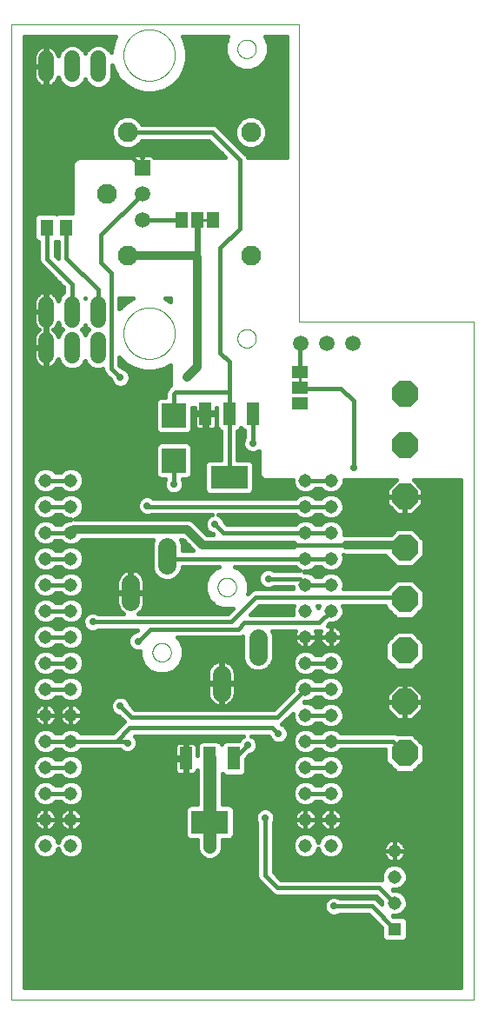
<source format=gtl>
G75*
%MOIN*%
%OFA0B0*%
%FSLAX25Y25*%
%IPPOS*%
%LPD*%
%AMOC8*
5,1,8,0,0,1.08239X$1,22.5*
%
%ADD10C,0.00000*%
%ADD11C,0.05150*%
%ADD12R,0.05937X0.05937*%
%ADD13C,0.05937*%
%ADD14C,0.07677*%
%ADD15R,0.04799X0.08799*%
%ADD16R,0.14173X0.08661*%
%ADD17R,0.09449X0.09449*%
%ADD18OC8,0.10000*%
%ADD19R,0.06300X0.04600*%
%ADD20C,0.01000*%
%ADD21R,0.04600X0.06300*%
%ADD22R,0.05150X0.05150*%
%ADD23C,0.06000*%
%ADD24R,0.05118X0.06299*%
%ADD25C,0.07050*%
%ADD26C,0.01600*%
%ADD27C,0.02800*%
%ADD28C,0.02400*%
%ADD29C,0.03200*%
%ADD30C,0.05000*%
D10*
X0001406Y0008882D02*
X0001406Y0382898D01*
X0111643Y0382898D01*
X0111643Y0268725D01*
X0178572Y0268725D01*
X0178572Y0008882D01*
X0001406Y0008882D01*
X0055435Y0142051D02*
X0055437Y0142170D01*
X0055443Y0142288D01*
X0055453Y0142406D01*
X0055467Y0142524D01*
X0055484Y0142641D01*
X0055506Y0142758D01*
X0055532Y0142874D01*
X0055561Y0142989D01*
X0055594Y0143103D01*
X0055631Y0143215D01*
X0055672Y0143327D01*
X0055717Y0143437D01*
X0055765Y0143545D01*
X0055817Y0143652D01*
X0055872Y0143757D01*
X0055931Y0143860D01*
X0055993Y0143961D01*
X0056058Y0144060D01*
X0056127Y0144157D01*
X0056199Y0144251D01*
X0056274Y0144343D01*
X0056352Y0144432D01*
X0056433Y0144519D01*
X0056517Y0144603D01*
X0056604Y0144684D01*
X0056693Y0144762D01*
X0056785Y0144837D01*
X0056879Y0144909D01*
X0056976Y0144978D01*
X0057075Y0145043D01*
X0057176Y0145105D01*
X0057279Y0145164D01*
X0057384Y0145219D01*
X0057491Y0145271D01*
X0057599Y0145319D01*
X0057709Y0145364D01*
X0057821Y0145405D01*
X0057933Y0145442D01*
X0058047Y0145475D01*
X0058162Y0145504D01*
X0058278Y0145530D01*
X0058395Y0145552D01*
X0058512Y0145569D01*
X0058630Y0145583D01*
X0058748Y0145593D01*
X0058866Y0145599D01*
X0058985Y0145601D01*
X0059104Y0145599D01*
X0059222Y0145593D01*
X0059340Y0145583D01*
X0059458Y0145569D01*
X0059575Y0145552D01*
X0059692Y0145530D01*
X0059808Y0145504D01*
X0059923Y0145475D01*
X0060037Y0145442D01*
X0060149Y0145405D01*
X0060261Y0145364D01*
X0060371Y0145319D01*
X0060479Y0145271D01*
X0060586Y0145219D01*
X0060691Y0145164D01*
X0060794Y0145105D01*
X0060895Y0145043D01*
X0060994Y0144978D01*
X0061091Y0144909D01*
X0061185Y0144837D01*
X0061277Y0144762D01*
X0061366Y0144684D01*
X0061453Y0144603D01*
X0061537Y0144519D01*
X0061618Y0144432D01*
X0061696Y0144343D01*
X0061771Y0144251D01*
X0061843Y0144157D01*
X0061912Y0144060D01*
X0061977Y0143961D01*
X0062039Y0143860D01*
X0062098Y0143757D01*
X0062153Y0143652D01*
X0062205Y0143545D01*
X0062253Y0143437D01*
X0062298Y0143327D01*
X0062339Y0143215D01*
X0062376Y0143103D01*
X0062409Y0142989D01*
X0062438Y0142874D01*
X0062464Y0142758D01*
X0062486Y0142641D01*
X0062503Y0142524D01*
X0062517Y0142406D01*
X0062527Y0142288D01*
X0062533Y0142170D01*
X0062535Y0142051D01*
X0062533Y0141932D01*
X0062527Y0141814D01*
X0062517Y0141696D01*
X0062503Y0141578D01*
X0062486Y0141461D01*
X0062464Y0141344D01*
X0062438Y0141228D01*
X0062409Y0141113D01*
X0062376Y0140999D01*
X0062339Y0140887D01*
X0062298Y0140775D01*
X0062253Y0140665D01*
X0062205Y0140557D01*
X0062153Y0140450D01*
X0062098Y0140345D01*
X0062039Y0140242D01*
X0061977Y0140141D01*
X0061912Y0140042D01*
X0061843Y0139945D01*
X0061771Y0139851D01*
X0061696Y0139759D01*
X0061618Y0139670D01*
X0061537Y0139583D01*
X0061453Y0139499D01*
X0061366Y0139418D01*
X0061277Y0139340D01*
X0061185Y0139265D01*
X0061091Y0139193D01*
X0060994Y0139124D01*
X0060895Y0139059D01*
X0060794Y0138997D01*
X0060691Y0138938D01*
X0060586Y0138883D01*
X0060479Y0138831D01*
X0060371Y0138783D01*
X0060261Y0138738D01*
X0060149Y0138697D01*
X0060037Y0138660D01*
X0059923Y0138627D01*
X0059808Y0138598D01*
X0059692Y0138572D01*
X0059575Y0138550D01*
X0059458Y0138533D01*
X0059340Y0138519D01*
X0059222Y0138509D01*
X0059104Y0138503D01*
X0058985Y0138501D01*
X0058866Y0138503D01*
X0058748Y0138509D01*
X0058630Y0138519D01*
X0058512Y0138533D01*
X0058395Y0138550D01*
X0058278Y0138572D01*
X0058162Y0138598D01*
X0058047Y0138627D01*
X0057933Y0138660D01*
X0057821Y0138697D01*
X0057709Y0138738D01*
X0057599Y0138783D01*
X0057491Y0138831D01*
X0057384Y0138883D01*
X0057279Y0138938D01*
X0057176Y0138997D01*
X0057075Y0139059D01*
X0056976Y0139124D01*
X0056879Y0139193D01*
X0056785Y0139265D01*
X0056693Y0139340D01*
X0056604Y0139418D01*
X0056517Y0139499D01*
X0056433Y0139583D01*
X0056352Y0139670D01*
X0056274Y0139759D01*
X0056199Y0139851D01*
X0056127Y0139945D01*
X0056058Y0140042D01*
X0055993Y0140141D01*
X0055931Y0140242D01*
X0055872Y0140345D01*
X0055817Y0140450D01*
X0055765Y0140557D01*
X0055717Y0140665D01*
X0055672Y0140775D01*
X0055631Y0140887D01*
X0055594Y0140999D01*
X0055561Y0141113D01*
X0055532Y0141228D01*
X0055506Y0141344D01*
X0055484Y0141461D01*
X0055467Y0141578D01*
X0055453Y0141696D01*
X0055443Y0141814D01*
X0055437Y0141932D01*
X0055435Y0142051D01*
X0080435Y0167051D02*
X0080437Y0167170D01*
X0080443Y0167288D01*
X0080453Y0167406D01*
X0080467Y0167524D01*
X0080484Y0167641D01*
X0080506Y0167758D01*
X0080532Y0167874D01*
X0080561Y0167989D01*
X0080594Y0168103D01*
X0080631Y0168215D01*
X0080672Y0168327D01*
X0080717Y0168437D01*
X0080765Y0168545D01*
X0080817Y0168652D01*
X0080872Y0168757D01*
X0080931Y0168860D01*
X0080993Y0168961D01*
X0081058Y0169060D01*
X0081127Y0169157D01*
X0081199Y0169251D01*
X0081274Y0169343D01*
X0081352Y0169432D01*
X0081433Y0169519D01*
X0081517Y0169603D01*
X0081604Y0169684D01*
X0081693Y0169762D01*
X0081785Y0169837D01*
X0081879Y0169909D01*
X0081976Y0169978D01*
X0082075Y0170043D01*
X0082176Y0170105D01*
X0082279Y0170164D01*
X0082384Y0170219D01*
X0082491Y0170271D01*
X0082599Y0170319D01*
X0082709Y0170364D01*
X0082821Y0170405D01*
X0082933Y0170442D01*
X0083047Y0170475D01*
X0083162Y0170504D01*
X0083278Y0170530D01*
X0083395Y0170552D01*
X0083512Y0170569D01*
X0083630Y0170583D01*
X0083748Y0170593D01*
X0083866Y0170599D01*
X0083985Y0170601D01*
X0084104Y0170599D01*
X0084222Y0170593D01*
X0084340Y0170583D01*
X0084458Y0170569D01*
X0084575Y0170552D01*
X0084692Y0170530D01*
X0084808Y0170504D01*
X0084923Y0170475D01*
X0085037Y0170442D01*
X0085149Y0170405D01*
X0085261Y0170364D01*
X0085371Y0170319D01*
X0085479Y0170271D01*
X0085586Y0170219D01*
X0085691Y0170164D01*
X0085794Y0170105D01*
X0085895Y0170043D01*
X0085994Y0169978D01*
X0086091Y0169909D01*
X0086185Y0169837D01*
X0086277Y0169762D01*
X0086366Y0169684D01*
X0086453Y0169603D01*
X0086537Y0169519D01*
X0086618Y0169432D01*
X0086696Y0169343D01*
X0086771Y0169251D01*
X0086843Y0169157D01*
X0086912Y0169060D01*
X0086977Y0168961D01*
X0087039Y0168860D01*
X0087098Y0168757D01*
X0087153Y0168652D01*
X0087205Y0168545D01*
X0087253Y0168437D01*
X0087298Y0168327D01*
X0087339Y0168215D01*
X0087376Y0168103D01*
X0087409Y0167989D01*
X0087438Y0167874D01*
X0087464Y0167758D01*
X0087486Y0167641D01*
X0087503Y0167524D01*
X0087517Y0167406D01*
X0087527Y0167288D01*
X0087533Y0167170D01*
X0087535Y0167051D01*
X0087533Y0166932D01*
X0087527Y0166814D01*
X0087517Y0166696D01*
X0087503Y0166578D01*
X0087486Y0166461D01*
X0087464Y0166344D01*
X0087438Y0166228D01*
X0087409Y0166113D01*
X0087376Y0165999D01*
X0087339Y0165887D01*
X0087298Y0165775D01*
X0087253Y0165665D01*
X0087205Y0165557D01*
X0087153Y0165450D01*
X0087098Y0165345D01*
X0087039Y0165242D01*
X0086977Y0165141D01*
X0086912Y0165042D01*
X0086843Y0164945D01*
X0086771Y0164851D01*
X0086696Y0164759D01*
X0086618Y0164670D01*
X0086537Y0164583D01*
X0086453Y0164499D01*
X0086366Y0164418D01*
X0086277Y0164340D01*
X0086185Y0164265D01*
X0086091Y0164193D01*
X0085994Y0164124D01*
X0085895Y0164059D01*
X0085794Y0163997D01*
X0085691Y0163938D01*
X0085586Y0163883D01*
X0085479Y0163831D01*
X0085371Y0163783D01*
X0085261Y0163738D01*
X0085149Y0163697D01*
X0085037Y0163660D01*
X0084923Y0163627D01*
X0084808Y0163598D01*
X0084692Y0163572D01*
X0084575Y0163550D01*
X0084458Y0163533D01*
X0084340Y0163519D01*
X0084222Y0163509D01*
X0084104Y0163503D01*
X0083985Y0163501D01*
X0083866Y0163503D01*
X0083748Y0163509D01*
X0083630Y0163519D01*
X0083512Y0163533D01*
X0083395Y0163550D01*
X0083278Y0163572D01*
X0083162Y0163598D01*
X0083047Y0163627D01*
X0082933Y0163660D01*
X0082821Y0163697D01*
X0082709Y0163738D01*
X0082599Y0163783D01*
X0082491Y0163831D01*
X0082384Y0163883D01*
X0082279Y0163938D01*
X0082176Y0163997D01*
X0082075Y0164059D01*
X0081976Y0164124D01*
X0081879Y0164193D01*
X0081785Y0164265D01*
X0081693Y0164340D01*
X0081604Y0164418D01*
X0081517Y0164499D01*
X0081433Y0164583D01*
X0081352Y0164670D01*
X0081274Y0164759D01*
X0081199Y0164851D01*
X0081127Y0164945D01*
X0081058Y0165042D01*
X0080993Y0165141D01*
X0080931Y0165242D01*
X0080872Y0165345D01*
X0080817Y0165450D01*
X0080765Y0165557D01*
X0080717Y0165665D01*
X0080672Y0165775D01*
X0080631Y0165887D01*
X0080594Y0165999D01*
X0080561Y0166113D01*
X0080532Y0166228D01*
X0080506Y0166344D01*
X0080484Y0166461D01*
X0080467Y0166578D01*
X0080453Y0166696D01*
X0080443Y0166814D01*
X0080437Y0166932D01*
X0080435Y0167051D01*
X0088021Y0262425D02*
X0088023Y0262543D01*
X0088029Y0262662D01*
X0088039Y0262780D01*
X0088053Y0262897D01*
X0088070Y0263014D01*
X0088092Y0263131D01*
X0088118Y0263246D01*
X0088147Y0263361D01*
X0088180Y0263475D01*
X0088217Y0263587D01*
X0088258Y0263698D01*
X0088302Y0263808D01*
X0088350Y0263916D01*
X0088402Y0264023D01*
X0088457Y0264128D01*
X0088516Y0264231D01*
X0088578Y0264331D01*
X0088643Y0264430D01*
X0088712Y0264527D01*
X0088783Y0264621D01*
X0088858Y0264712D01*
X0088936Y0264802D01*
X0089017Y0264888D01*
X0089101Y0264972D01*
X0089187Y0265053D01*
X0089277Y0265131D01*
X0089368Y0265206D01*
X0089462Y0265277D01*
X0089559Y0265346D01*
X0089658Y0265411D01*
X0089758Y0265473D01*
X0089861Y0265532D01*
X0089966Y0265587D01*
X0090073Y0265639D01*
X0090181Y0265687D01*
X0090291Y0265731D01*
X0090402Y0265772D01*
X0090514Y0265809D01*
X0090628Y0265842D01*
X0090743Y0265871D01*
X0090858Y0265897D01*
X0090975Y0265919D01*
X0091092Y0265936D01*
X0091209Y0265950D01*
X0091327Y0265960D01*
X0091446Y0265966D01*
X0091564Y0265968D01*
X0091682Y0265966D01*
X0091801Y0265960D01*
X0091919Y0265950D01*
X0092036Y0265936D01*
X0092153Y0265919D01*
X0092270Y0265897D01*
X0092385Y0265871D01*
X0092500Y0265842D01*
X0092614Y0265809D01*
X0092726Y0265772D01*
X0092837Y0265731D01*
X0092947Y0265687D01*
X0093055Y0265639D01*
X0093162Y0265587D01*
X0093267Y0265532D01*
X0093370Y0265473D01*
X0093470Y0265411D01*
X0093569Y0265346D01*
X0093666Y0265277D01*
X0093760Y0265206D01*
X0093851Y0265131D01*
X0093941Y0265053D01*
X0094027Y0264972D01*
X0094111Y0264888D01*
X0094192Y0264802D01*
X0094270Y0264712D01*
X0094345Y0264621D01*
X0094416Y0264527D01*
X0094485Y0264430D01*
X0094550Y0264331D01*
X0094612Y0264231D01*
X0094671Y0264128D01*
X0094726Y0264023D01*
X0094778Y0263916D01*
X0094826Y0263808D01*
X0094870Y0263698D01*
X0094911Y0263587D01*
X0094948Y0263475D01*
X0094981Y0263361D01*
X0095010Y0263246D01*
X0095036Y0263131D01*
X0095058Y0263014D01*
X0095075Y0262897D01*
X0095089Y0262780D01*
X0095099Y0262662D01*
X0095105Y0262543D01*
X0095107Y0262425D01*
X0095105Y0262307D01*
X0095099Y0262188D01*
X0095089Y0262070D01*
X0095075Y0261953D01*
X0095058Y0261836D01*
X0095036Y0261719D01*
X0095010Y0261604D01*
X0094981Y0261489D01*
X0094948Y0261375D01*
X0094911Y0261263D01*
X0094870Y0261152D01*
X0094826Y0261042D01*
X0094778Y0260934D01*
X0094726Y0260827D01*
X0094671Y0260722D01*
X0094612Y0260619D01*
X0094550Y0260519D01*
X0094485Y0260420D01*
X0094416Y0260323D01*
X0094345Y0260229D01*
X0094270Y0260138D01*
X0094192Y0260048D01*
X0094111Y0259962D01*
X0094027Y0259878D01*
X0093941Y0259797D01*
X0093851Y0259719D01*
X0093760Y0259644D01*
X0093666Y0259573D01*
X0093569Y0259504D01*
X0093470Y0259439D01*
X0093370Y0259377D01*
X0093267Y0259318D01*
X0093162Y0259263D01*
X0093055Y0259211D01*
X0092947Y0259163D01*
X0092837Y0259119D01*
X0092726Y0259078D01*
X0092614Y0259041D01*
X0092500Y0259008D01*
X0092385Y0258979D01*
X0092270Y0258953D01*
X0092153Y0258931D01*
X0092036Y0258914D01*
X0091919Y0258900D01*
X0091801Y0258890D01*
X0091682Y0258884D01*
X0091564Y0258882D01*
X0091446Y0258884D01*
X0091327Y0258890D01*
X0091209Y0258900D01*
X0091092Y0258914D01*
X0090975Y0258931D01*
X0090858Y0258953D01*
X0090743Y0258979D01*
X0090628Y0259008D01*
X0090514Y0259041D01*
X0090402Y0259078D01*
X0090291Y0259119D01*
X0090181Y0259163D01*
X0090073Y0259211D01*
X0089966Y0259263D01*
X0089861Y0259318D01*
X0089758Y0259377D01*
X0089658Y0259439D01*
X0089559Y0259504D01*
X0089462Y0259573D01*
X0089368Y0259644D01*
X0089277Y0259719D01*
X0089187Y0259797D01*
X0089101Y0259878D01*
X0089017Y0259962D01*
X0088936Y0260048D01*
X0088858Y0260138D01*
X0088783Y0260229D01*
X0088712Y0260323D01*
X0088643Y0260420D01*
X0088578Y0260519D01*
X0088516Y0260619D01*
X0088457Y0260722D01*
X0088402Y0260827D01*
X0088350Y0260934D01*
X0088302Y0261042D01*
X0088258Y0261152D01*
X0088217Y0261263D01*
X0088180Y0261375D01*
X0088147Y0261489D01*
X0088118Y0261604D01*
X0088092Y0261719D01*
X0088070Y0261836D01*
X0088053Y0261953D01*
X0088039Y0262070D01*
X0088029Y0262188D01*
X0088023Y0262307D01*
X0088021Y0262425D01*
X0044319Y0264394D02*
X0044322Y0264636D01*
X0044331Y0264877D01*
X0044346Y0265118D01*
X0044366Y0265359D01*
X0044393Y0265599D01*
X0044426Y0265838D01*
X0044464Y0266077D01*
X0044508Y0266314D01*
X0044558Y0266551D01*
X0044614Y0266786D01*
X0044676Y0267019D01*
X0044743Y0267251D01*
X0044816Y0267482D01*
X0044894Y0267710D01*
X0044979Y0267936D01*
X0045068Y0268161D01*
X0045163Y0268383D01*
X0045264Y0268602D01*
X0045370Y0268820D01*
X0045481Y0269034D01*
X0045598Y0269246D01*
X0045719Y0269454D01*
X0045846Y0269660D01*
X0045978Y0269862D01*
X0046115Y0270062D01*
X0046256Y0270257D01*
X0046402Y0270450D01*
X0046553Y0270638D01*
X0046709Y0270823D01*
X0046869Y0271004D01*
X0047033Y0271181D01*
X0047202Y0271354D01*
X0047375Y0271523D01*
X0047552Y0271687D01*
X0047733Y0271847D01*
X0047918Y0272003D01*
X0048106Y0272154D01*
X0048299Y0272300D01*
X0048494Y0272441D01*
X0048694Y0272578D01*
X0048896Y0272710D01*
X0049102Y0272837D01*
X0049310Y0272958D01*
X0049522Y0273075D01*
X0049736Y0273186D01*
X0049954Y0273292D01*
X0050173Y0273393D01*
X0050395Y0273488D01*
X0050620Y0273577D01*
X0050846Y0273662D01*
X0051074Y0273740D01*
X0051305Y0273813D01*
X0051537Y0273880D01*
X0051770Y0273942D01*
X0052005Y0273998D01*
X0052242Y0274048D01*
X0052479Y0274092D01*
X0052718Y0274130D01*
X0052957Y0274163D01*
X0053197Y0274190D01*
X0053438Y0274210D01*
X0053679Y0274225D01*
X0053920Y0274234D01*
X0054162Y0274237D01*
X0054404Y0274234D01*
X0054645Y0274225D01*
X0054886Y0274210D01*
X0055127Y0274190D01*
X0055367Y0274163D01*
X0055606Y0274130D01*
X0055845Y0274092D01*
X0056082Y0274048D01*
X0056319Y0273998D01*
X0056554Y0273942D01*
X0056787Y0273880D01*
X0057019Y0273813D01*
X0057250Y0273740D01*
X0057478Y0273662D01*
X0057704Y0273577D01*
X0057929Y0273488D01*
X0058151Y0273393D01*
X0058370Y0273292D01*
X0058588Y0273186D01*
X0058802Y0273075D01*
X0059014Y0272958D01*
X0059222Y0272837D01*
X0059428Y0272710D01*
X0059630Y0272578D01*
X0059830Y0272441D01*
X0060025Y0272300D01*
X0060218Y0272154D01*
X0060406Y0272003D01*
X0060591Y0271847D01*
X0060772Y0271687D01*
X0060949Y0271523D01*
X0061122Y0271354D01*
X0061291Y0271181D01*
X0061455Y0271004D01*
X0061615Y0270823D01*
X0061771Y0270638D01*
X0061922Y0270450D01*
X0062068Y0270257D01*
X0062209Y0270062D01*
X0062346Y0269862D01*
X0062478Y0269660D01*
X0062605Y0269454D01*
X0062726Y0269246D01*
X0062843Y0269034D01*
X0062954Y0268820D01*
X0063060Y0268602D01*
X0063161Y0268383D01*
X0063256Y0268161D01*
X0063345Y0267936D01*
X0063430Y0267710D01*
X0063508Y0267482D01*
X0063581Y0267251D01*
X0063648Y0267019D01*
X0063710Y0266786D01*
X0063766Y0266551D01*
X0063816Y0266314D01*
X0063860Y0266077D01*
X0063898Y0265838D01*
X0063931Y0265599D01*
X0063958Y0265359D01*
X0063978Y0265118D01*
X0063993Y0264877D01*
X0064002Y0264636D01*
X0064005Y0264394D01*
X0064002Y0264152D01*
X0063993Y0263911D01*
X0063978Y0263670D01*
X0063958Y0263429D01*
X0063931Y0263189D01*
X0063898Y0262950D01*
X0063860Y0262711D01*
X0063816Y0262474D01*
X0063766Y0262237D01*
X0063710Y0262002D01*
X0063648Y0261769D01*
X0063581Y0261537D01*
X0063508Y0261306D01*
X0063430Y0261078D01*
X0063345Y0260852D01*
X0063256Y0260627D01*
X0063161Y0260405D01*
X0063060Y0260186D01*
X0062954Y0259968D01*
X0062843Y0259754D01*
X0062726Y0259542D01*
X0062605Y0259334D01*
X0062478Y0259128D01*
X0062346Y0258926D01*
X0062209Y0258726D01*
X0062068Y0258531D01*
X0061922Y0258338D01*
X0061771Y0258150D01*
X0061615Y0257965D01*
X0061455Y0257784D01*
X0061291Y0257607D01*
X0061122Y0257434D01*
X0060949Y0257265D01*
X0060772Y0257101D01*
X0060591Y0256941D01*
X0060406Y0256785D01*
X0060218Y0256634D01*
X0060025Y0256488D01*
X0059830Y0256347D01*
X0059630Y0256210D01*
X0059428Y0256078D01*
X0059222Y0255951D01*
X0059014Y0255830D01*
X0058802Y0255713D01*
X0058588Y0255602D01*
X0058370Y0255496D01*
X0058151Y0255395D01*
X0057929Y0255300D01*
X0057704Y0255211D01*
X0057478Y0255126D01*
X0057250Y0255048D01*
X0057019Y0254975D01*
X0056787Y0254908D01*
X0056554Y0254846D01*
X0056319Y0254790D01*
X0056082Y0254740D01*
X0055845Y0254696D01*
X0055606Y0254658D01*
X0055367Y0254625D01*
X0055127Y0254598D01*
X0054886Y0254578D01*
X0054645Y0254563D01*
X0054404Y0254554D01*
X0054162Y0254551D01*
X0053920Y0254554D01*
X0053679Y0254563D01*
X0053438Y0254578D01*
X0053197Y0254598D01*
X0052957Y0254625D01*
X0052718Y0254658D01*
X0052479Y0254696D01*
X0052242Y0254740D01*
X0052005Y0254790D01*
X0051770Y0254846D01*
X0051537Y0254908D01*
X0051305Y0254975D01*
X0051074Y0255048D01*
X0050846Y0255126D01*
X0050620Y0255211D01*
X0050395Y0255300D01*
X0050173Y0255395D01*
X0049954Y0255496D01*
X0049736Y0255602D01*
X0049522Y0255713D01*
X0049310Y0255830D01*
X0049102Y0255951D01*
X0048896Y0256078D01*
X0048694Y0256210D01*
X0048494Y0256347D01*
X0048299Y0256488D01*
X0048106Y0256634D01*
X0047918Y0256785D01*
X0047733Y0256941D01*
X0047552Y0257101D01*
X0047375Y0257265D01*
X0047202Y0257434D01*
X0047033Y0257607D01*
X0046869Y0257784D01*
X0046709Y0257965D01*
X0046553Y0258150D01*
X0046402Y0258338D01*
X0046256Y0258531D01*
X0046115Y0258726D01*
X0045978Y0258926D01*
X0045846Y0259128D01*
X0045719Y0259334D01*
X0045598Y0259542D01*
X0045481Y0259754D01*
X0045370Y0259968D01*
X0045264Y0260186D01*
X0045163Y0260405D01*
X0045068Y0260627D01*
X0044979Y0260852D01*
X0044894Y0261078D01*
X0044816Y0261306D01*
X0044743Y0261537D01*
X0044676Y0261769D01*
X0044614Y0262002D01*
X0044558Y0262237D01*
X0044508Y0262474D01*
X0044464Y0262711D01*
X0044426Y0262950D01*
X0044393Y0263189D01*
X0044366Y0263429D01*
X0044346Y0263670D01*
X0044331Y0263911D01*
X0044322Y0264152D01*
X0044319Y0264394D01*
X0044319Y0371087D02*
X0044322Y0371329D01*
X0044331Y0371570D01*
X0044346Y0371811D01*
X0044366Y0372052D01*
X0044393Y0372292D01*
X0044426Y0372531D01*
X0044464Y0372770D01*
X0044508Y0373007D01*
X0044558Y0373244D01*
X0044614Y0373479D01*
X0044676Y0373712D01*
X0044743Y0373944D01*
X0044816Y0374175D01*
X0044894Y0374403D01*
X0044979Y0374629D01*
X0045068Y0374854D01*
X0045163Y0375076D01*
X0045264Y0375295D01*
X0045370Y0375513D01*
X0045481Y0375727D01*
X0045598Y0375939D01*
X0045719Y0376147D01*
X0045846Y0376353D01*
X0045978Y0376555D01*
X0046115Y0376755D01*
X0046256Y0376950D01*
X0046402Y0377143D01*
X0046553Y0377331D01*
X0046709Y0377516D01*
X0046869Y0377697D01*
X0047033Y0377874D01*
X0047202Y0378047D01*
X0047375Y0378216D01*
X0047552Y0378380D01*
X0047733Y0378540D01*
X0047918Y0378696D01*
X0048106Y0378847D01*
X0048299Y0378993D01*
X0048494Y0379134D01*
X0048694Y0379271D01*
X0048896Y0379403D01*
X0049102Y0379530D01*
X0049310Y0379651D01*
X0049522Y0379768D01*
X0049736Y0379879D01*
X0049954Y0379985D01*
X0050173Y0380086D01*
X0050395Y0380181D01*
X0050620Y0380270D01*
X0050846Y0380355D01*
X0051074Y0380433D01*
X0051305Y0380506D01*
X0051537Y0380573D01*
X0051770Y0380635D01*
X0052005Y0380691D01*
X0052242Y0380741D01*
X0052479Y0380785D01*
X0052718Y0380823D01*
X0052957Y0380856D01*
X0053197Y0380883D01*
X0053438Y0380903D01*
X0053679Y0380918D01*
X0053920Y0380927D01*
X0054162Y0380930D01*
X0054404Y0380927D01*
X0054645Y0380918D01*
X0054886Y0380903D01*
X0055127Y0380883D01*
X0055367Y0380856D01*
X0055606Y0380823D01*
X0055845Y0380785D01*
X0056082Y0380741D01*
X0056319Y0380691D01*
X0056554Y0380635D01*
X0056787Y0380573D01*
X0057019Y0380506D01*
X0057250Y0380433D01*
X0057478Y0380355D01*
X0057704Y0380270D01*
X0057929Y0380181D01*
X0058151Y0380086D01*
X0058370Y0379985D01*
X0058588Y0379879D01*
X0058802Y0379768D01*
X0059014Y0379651D01*
X0059222Y0379530D01*
X0059428Y0379403D01*
X0059630Y0379271D01*
X0059830Y0379134D01*
X0060025Y0378993D01*
X0060218Y0378847D01*
X0060406Y0378696D01*
X0060591Y0378540D01*
X0060772Y0378380D01*
X0060949Y0378216D01*
X0061122Y0378047D01*
X0061291Y0377874D01*
X0061455Y0377697D01*
X0061615Y0377516D01*
X0061771Y0377331D01*
X0061922Y0377143D01*
X0062068Y0376950D01*
X0062209Y0376755D01*
X0062346Y0376555D01*
X0062478Y0376353D01*
X0062605Y0376147D01*
X0062726Y0375939D01*
X0062843Y0375727D01*
X0062954Y0375513D01*
X0063060Y0375295D01*
X0063161Y0375076D01*
X0063256Y0374854D01*
X0063345Y0374629D01*
X0063430Y0374403D01*
X0063508Y0374175D01*
X0063581Y0373944D01*
X0063648Y0373712D01*
X0063710Y0373479D01*
X0063766Y0373244D01*
X0063816Y0373007D01*
X0063860Y0372770D01*
X0063898Y0372531D01*
X0063931Y0372292D01*
X0063958Y0372052D01*
X0063978Y0371811D01*
X0063993Y0371570D01*
X0064002Y0371329D01*
X0064005Y0371087D01*
X0064002Y0370845D01*
X0063993Y0370604D01*
X0063978Y0370363D01*
X0063958Y0370122D01*
X0063931Y0369882D01*
X0063898Y0369643D01*
X0063860Y0369404D01*
X0063816Y0369167D01*
X0063766Y0368930D01*
X0063710Y0368695D01*
X0063648Y0368462D01*
X0063581Y0368230D01*
X0063508Y0367999D01*
X0063430Y0367771D01*
X0063345Y0367545D01*
X0063256Y0367320D01*
X0063161Y0367098D01*
X0063060Y0366879D01*
X0062954Y0366661D01*
X0062843Y0366447D01*
X0062726Y0366235D01*
X0062605Y0366027D01*
X0062478Y0365821D01*
X0062346Y0365619D01*
X0062209Y0365419D01*
X0062068Y0365224D01*
X0061922Y0365031D01*
X0061771Y0364843D01*
X0061615Y0364658D01*
X0061455Y0364477D01*
X0061291Y0364300D01*
X0061122Y0364127D01*
X0060949Y0363958D01*
X0060772Y0363794D01*
X0060591Y0363634D01*
X0060406Y0363478D01*
X0060218Y0363327D01*
X0060025Y0363181D01*
X0059830Y0363040D01*
X0059630Y0362903D01*
X0059428Y0362771D01*
X0059222Y0362644D01*
X0059014Y0362523D01*
X0058802Y0362406D01*
X0058588Y0362295D01*
X0058370Y0362189D01*
X0058151Y0362088D01*
X0057929Y0361993D01*
X0057704Y0361904D01*
X0057478Y0361819D01*
X0057250Y0361741D01*
X0057019Y0361668D01*
X0056787Y0361601D01*
X0056554Y0361539D01*
X0056319Y0361483D01*
X0056082Y0361433D01*
X0055845Y0361389D01*
X0055606Y0361351D01*
X0055367Y0361318D01*
X0055127Y0361291D01*
X0054886Y0361271D01*
X0054645Y0361256D01*
X0054404Y0361247D01*
X0054162Y0361244D01*
X0053920Y0361247D01*
X0053679Y0361256D01*
X0053438Y0361271D01*
X0053197Y0361291D01*
X0052957Y0361318D01*
X0052718Y0361351D01*
X0052479Y0361389D01*
X0052242Y0361433D01*
X0052005Y0361483D01*
X0051770Y0361539D01*
X0051537Y0361601D01*
X0051305Y0361668D01*
X0051074Y0361741D01*
X0050846Y0361819D01*
X0050620Y0361904D01*
X0050395Y0361993D01*
X0050173Y0362088D01*
X0049954Y0362189D01*
X0049736Y0362295D01*
X0049522Y0362406D01*
X0049310Y0362523D01*
X0049102Y0362644D01*
X0048896Y0362771D01*
X0048694Y0362903D01*
X0048494Y0363040D01*
X0048299Y0363181D01*
X0048106Y0363327D01*
X0047918Y0363478D01*
X0047733Y0363634D01*
X0047552Y0363794D01*
X0047375Y0363958D01*
X0047202Y0364127D01*
X0047033Y0364300D01*
X0046869Y0364477D01*
X0046709Y0364658D01*
X0046553Y0364843D01*
X0046402Y0365031D01*
X0046256Y0365224D01*
X0046115Y0365419D01*
X0045978Y0365619D01*
X0045846Y0365821D01*
X0045719Y0366027D01*
X0045598Y0366235D01*
X0045481Y0366447D01*
X0045370Y0366661D01*
X0045264Y0366879D01*
X0045163Y0367098D01*
X0045068Y0367320D01*
X0044979Y0367545D01*
X0044894Y0367771D01*
X0044816Y0367999D01*
X0044743Y0368230D01*
X0044676Y0368462D01*
X0044614Y0368695D01*
X0044558Y0368930D01*
X0044508Y0369167D01*
X0044464Y0369404D01*
X0044426Y0369643D01*
X0044393Y0369882D01*
X0044366Y0370122D01*
X0044346Y0370363D01*
X0044331Y0370604D01*
X0044322Y0370845D01*
X0044319Y0371087D01*
X0088021Y0373449D02*
X0088023Y0373567D01*
X0088029Y0373686D01*
X0088039Y0373804D01*
X0088053Y0373921D01*
X0088070Y0374038D01*
X0088092Y0374155D01*
X0088118Y0374270D01*
X0088147Y0374385D01*
X0088180Y0374499D01*
X0088217Y0374611D01*
X0088258Y0374722D01*
X0088302Y0374832D01*
X0088350Y0374940D01*
X0088402Y0375047D01*
X0088457Y0375152D01*
X0088516Y0375255D01*
X0088578Y0375355D01*
X0088643Y0375454D01*
X0088712Y0375551D01*
X0088783Y0375645D01*
X0088858Y0375736D01*
X0088936Y0375826D01*
X0089017Y0375912D01*
X0089101Y0375996D01*
X0089187Y0376077D01*
X0089277Y0376155D01*
X0089368Y0376230D01*
X0089462Y0376301D01*
X0089559Y0376370D01*
X0089658Y0376435D01*
X0089758Y0376497D01*
X0089861Y0376556D01*
X0089966Y0376611D01*
X0090073Y0376663D01*
X0090181Y0376711D01*
X0090291Y0376755D01*
X0090402Y0376796D01*
X0090514Y0376833D01*
X0090628Y0376866D01*
X0090743Y0376895D01*
X0090858Y0376921D01*
X0090975Y0376943D01*
X0091092Y0376960D01*
X0091209Y0376974D01*
X0091327Y0376984D01*
X0091446Y0376990D01*
X0091564Y0376992D01*
X0091682Y0376990D01*
X0091801Y0376984D01*
X0091919Y0376974D01*
X0092036Y0376960D01*
X0092153Y0376943D01*
X0092270Y0376921D01*
X0092385Y0376895D01*
X0092500Y0376866D01*
X0092614Y0376833D01*
X0092726Y0376796D01*
X0092837Y0376755D01*
X0092947Y0376711D01*
X0093055Y0376663D01*
X0093162Y0376611D01*
X0093267Y0376556D01*
X0093370Y0376497D01*
X0093470Y0376435D01*
X0093569Y0376370D01*
X0093666Y0376301D01*
X0093760Y0376230D01*
X0093851Y0376155D01*
X0093941Y0376077D01*
X0094027Y0375996D01*
X0094111Y0375912D01*
X0094192Y0375826D01*
X0094270Y0375736D01*
X0094345Y0375645D01*
X0094416Y0375551D01*
X0094485Y0375454D01*
X0094550Y0375355D01*
X0094612Y0375255D01*
X0094671Y0375152D01*
X0094726Y0375047D01*
X0094778Y0374940D01*
X0094826Y0374832D01*
X0094870Y0374722D01*
X0094911Y0374611D01*
X0094948Y0374499D01*
X0094981Y0374385D01*
X0095010Y0374270D01*
X0095036Y0374155D01*
X0095058Y0374038D01*
X0095075Y0373921D01*
X0095089Y0373804D01*
X0095099Y0373686D01*
X0095105Y0373567D01*
X0095107Y0373449D01*
X0095105Y0373331D01*
X0095099Y0373212D01*
X0095089Y0373094D01*
X0095075Y0372977D01*
X0095058Y0372860D01*
X0095036Y0372743D01*
X0095010Y0372628D01*
X0094981Y0372513D01*
X0094948Y0372399D01*
X0094911Y0372287D01*
X0094870Y0372176D01*
X0094826Y0372066D01*
X0094778Y0371958D01*
X0094726Y0371851D01*
X0094671Y0371746D01*
X0094612Y0371643D01*
X0094550Y0371543D01*
X0094485Y0371444D01*
X0094416Y0371347D01*
X0094345Y0371253D01*
X0094270Y0371162D01*
X0094192Y0371072D01*
X0094111Y0370986D01*
X0094027Y0370902D01*
X0093941Y0370821D01*
X0093851Y0370743D01*
X0093760Y0370668D01*
X0093666Y0370597D01*
X0093569Y0370528D01*
X0093470Y0370463D01*
X0093370Y0370401D01*
X0093267Y0370342D01*
X0093162Y0370287D01*
X0093055Y0370235D01*
X0092947Y0370187D01*
X0092837Y0370143D01*
X0092726Y0370102D01*
X0092614Y0370065D01*
X0092500Y0370032D01*
X0092385Y0370003D01*
X0092270Y0369977D01*
X0092153Y0369955D01*
X0092036Y0369938D01*
X0091919Y0369924D01*
X0091801Y0369914D01*
X0091682Y0369908D01*
X0091564Y0369906D01*
X0091446Y0369908D01*
X0091327Y0369914D01*
X0091209Y0369924D01*
X0091092Y0369938D01*
X0090975Y0369955D01*
X0090858Y0369977D01*
X0090743Y0370003D01*
X0090628Y0370032D01*
X0090514Y0370065D01*
X0090402Y0370102D01*
X0090291Y0370143D01*
X0090181Y0370187D01*
X0090073Y0370235D01*
X0089966Y0370287D01*
X0089861Y0370342D01*
X0089758Y0370401D01*
X0089658Y0370463D01*
X0089559Y0370528D01*
X0089462Y0370597D01*
X0089368Y0370668D01*
X0089277Y0370743D01*
X0089187Y0370821D01*
X0089101Y0370902D01*
X0089017Y0370986D01*
X0088936Y0371072D01*
X0088858Y0371162D01*
X0088783Y0371253D01*
X0088712Y0371347D01*
X0088643Y0371444D01*
X0088578Y0371543D01*
X0088516Y0371643D01*
X0088457Y0371746D01*
X0088402Y0371851D01*
X0088350Y0371958D01*
X0088302Y0372066D01*
X0088258Y0372176D01*
X0088217Y0372287D01*
X0088180Y0372399D01*
X0088147Y0372513D01*
X0088118Y0372628D01*
X0088092Y0372743D01*
X0088070Y0372860D01*
X0088053Y0372977D01*
X0088039Y0373094D01*
X0088029Y0373212D01*
X0088023Y0373331D01*
X0088021Y0373449D01*
D11*
X0114123Y0208016D03*
X0114123Y0198016D03*
X0114123Y0188016D03*
X0114123Y0178016D03*
X0114123Y0168016D03*
X0114123Y0158016D03*
X0114123Y0148016D03*
X0114123Y0138016D03*
X0114123Y0128016D03*
X0114123Y0118016D03*
X0114123Y0108016D03*
X0114123Y0098016D03*
X0114123Y0088016D03*
X0114123Y0078016D03*
X0114123Y0068016D03*
X0123847Y0068016D03*
X0123847Y0078016D03*
X0123847Y0088016D03*
X0123847Y0098016D03*
X0123847Y0108016D03*
X0123847Y0118016D03*
X0123847Y0128016D03*
X0123847Y0138016D03*
X0123847Y0148016D03*
X0123847Y0158016D03*
X0123847Y0168016D03*
X0123847Y0178016D03*
X0123847Y0188016D03*
X0123847Y0198016D03*
X0123847Y0208016D03*
X0148257Y0066008D03*
X0148257Y0056008D03*
X0148257Y0046008D03*
X0024123Y0068016D03*
X0024123Y0078016D03*
X0024123Y0088016D03*
X0024123Y0098016D03*
X0024123Y0108016D03*
X0024123Y0118016D03*
X0024123Y0128016D03*
X0024123Y0138016D03*
X0024123Y0148016D03*
X0024123Y0158016D03*
X0024123Y0168016D03*
X0024123Y0178016D03*
X0024123Y0188016D03*
X0024123Y0198016D03*
X0024123Y0208016D03*
X0014398Y0208016D03*
X0014398Y0198016D03*
X0014398Y0188016D03*
X0014398Y0178016D03*
X0014398Y0168016D03*
X0014398Y0158016D03*
X0014398Y0148016D03*
X0014398Y0138016D03*
X0014398Y0128016D03*
X0014398Y0118016D03*
X0014398Y0108016D03*
X0014398Y0098016D03*
X0014398Y0088016D03*
X0014398Y0078016D03*
X0014398Y0068016D03*
D12*
X0051564Y0327937D03*
D13*
X0051564Y0317937D03*
X0051564Y0307937D03*
X0112154Y0260693D03*
X0122154Y0260693D03*
X0132154Y0260693D03*
D14*
X0093178Y0294236D03*
X0093178Y0341480D03*
X0045934Y0341480D03*
X0038060Y0317858D03*
X0045934Y0294236D03*
D15*
X0075772Y0233681D03*
X0084871Y0233681D03*
X0093969Y0233681D03*
X0086489Y0101398D03*
X0077391Y0101398D03*
X0068292Y0101398D03*
D16*
X0077391Y0076996D03*
X0084871Y0209280D03*
D17*
X0063611Y0215575D03*
X0063611Y0232898D03*
D18*
X0152194Y0241165D03*
X0152194Y0221480D03*
X0152194Y0201795D03*
X0152194Y0182110D03*
X0152194Y0162425D03*
X0152194Y0142740D03*
X0152194Y0123055D03*
X0152194Y0103370D03*
D19*
X0112036Y0237528D03*
X0112036Y0243528D03*
X0112036Y0249528D03*
D20*
X0112036Y0248528D02*
X0112036Y0243528D01*
X0077666Y0307701D02*
X0072666Y0307701D01*
D21*
X0072666Y0307701D03*
X0078666Y0307701D03*
X0066666Y0307701D03*
D22*
X0148257Y0036008D03*
D23*
X0034635Y0255882D02*
X0034635Y0261882D01*
X0034635Y0269662D02*
X0034635Y0275662D01*
X0024635Y0275662D02*
X0024635Y0269662D01*
X0024635Y0261882D02*
X0024635Y0255882D01*
X0014635Y0255882D02*
X0014635Y0261882D01*
X0014635Y0269662D02*
X0014635Y0275662D01*
X0014635Y0363756D02*
X0014635Y0369756D01*
X0024635Y0369756D02*
X0024635Y0363756D01*
X0034635Y0363756D02*
X0034635Y0369756D01*
D24*
X0022469Y0304945D03*
X0014989Y0304945D03*
D25*
X0061085Y0182476D02*
X0061085Y0175426D01*
X0047085Y0168476D02*
X0047085Y0161426D01*
X0081885Y0133676D02*
X0081885Y0126626D01*
X0095885Y0140626D02*
X0095885Y0147676D01*
D26*
X0090776Y0153370D02*
X0088414Y0151008D01*
X0054556Y0151008D01*
X0049831Y0146284D01*
X0047584Y0143157D02*
X0025392Y0143157D01*
X0025112Y0143041D02*
X0026941Y0143798D01*
X0028340Y0145198D01*
X0029098Y0147026D01*
X0029098Y0149005D01*
X0028340Y0150834D01*
X0026941Y0152233D01*
X0025112Y0152991D01*
X0023133Y0152991D01*
X0021305Y0152233D01*
X0020287Y0151216D01*
X0018234Y0151216D01*
X0017216Y0152233D01*
X0015388Y0152991D01*
X0013409Y0152991D01*
X0011580Y0152233D01*
X0010181Y0150834D01*
X0009424Y0149005D01*
X0009424Y0147026D01*
X0010181Y0145198D01*
X0011580Y0143798D01*
X0013409Y0143041D01*
X0015388Y0143041D01*
X0017216Y0143798D01*
X0018234Y0144816D01*
X0020287Y0144816D01*
X0021305Y0143798D01*
X0023133Y0143041D01*
X0025112Y0143041D01*
X0025112Y0142991D02*
X0023133Y0142991D01*
X0021305Y0142233D01*
X0020287Y0141216D01*
X0018234Y0141216D01*
X0017216Y0142233D01*
X0015388Y0142991D01*
X0013409Y0142991D01*
X0011580Y0142233D01*
X0010181Y0140834D01*
X0009424Y0139005D01*
X0009424Y0137026D01*
X0010181Y0135198D01*
X0011580Y0133798D01*
X0013409Y0133041D01*
X0015388Y0133041D01*
X0017216Y0133798D01*
X0018234Y0134816D01*
X0020287Y0134816D01*
X0021305Y0133798D01*
X0023133Y0133041D01*
X0025112Y0133041D01*
X0026941Y0133798D01*
X0028340Y0135198D01*
X0029098Y0137026D01*
X0029098Y0139005D01*
X0028340Y0140834D01*
X0026941Y0142233D01*
X0025112Y0142991D01*
X0022853Y0143157D02*
X0015668Y0143157D01*
X0013129Y0143157D02*
X0006206Y0143157D01*
X0006206Y0144755D02*
X0010623Y0144755D01*
X0009702Y0146354D02*
X0006206Y0146354D01*
X0006206Y0147952D02*
X0009424Y0147952D01*
X0009650Y0149551D02*
X0006206Y0149551D01*
X0006206Y0151149D02*
X0010497Y0151149D01*
X0011580Y0153798D02*
X0010181Y0155198D01*
X0009424Y0157026D01*
X0009424Y0159005D01*
X0010181Y0160834D01*
X0011580Y0162233D01*
X0013409Y0162991D01*
X0015388Y0162991D01*
X0017216Y0162233D01*
X0018234Y0161216D01*
X0020287Y0161216D01*
X0021305Y0162233D01*
X0023133Y0162991D01*
X0025112Y0162991D01*
X0026941Y0162233D01*
X0028340Y0160834D01*
X0029098Y0159005D01*
X0029098Y0157026D01*
X0028340Y0155198D01*
X0026941Y0153798D01*
X0025112Y0153041D01*
X0023133Y0153041D01*
X0021305Y0153798D01*
X0020287Y0154816D01*
X0018234Y0154816D01*
X0017216Y0153798D01*
X0015388Y0153041D01*
X0013409Y0153041D01*
X0011580Y0153798D01*
X0011032Y0154347D02*
X0006206Y0154347D01*
X0006206Y0155945D02*
X0009871Y0155945D01*
X0009424Y0157544D02*
X0006206Y0157544D01*
X0006206Y0159142D02*
X0009480Y0159142D01*
X0010142Y0160741D02*
X0006206Y0160741D01*
X0006206Y0162339D02*
X0011836Y0162339D01*
X0011580Y0163798D02*
X0013409Y0163041D01*
X0015388Y0163041D01*
X0017216Y0163798D01*
X0018234Y0164816D01*
X0020287Y0164816D01*
X0021305Y0163798D01*
X0023133Y0163041D01*
X0025112Y0163041D01*
X0026941Y0163798D01*
X0028340Y0165198D01*
X0029098Y0167026D01*
X0029098Y0169005D01*
X0028340Y0170834D01*
X0026941Y0172233D01*
X0025112Y0172991D01*
X0023133Y0172991D01*
X0021305Y0172233D01*
X0020287Y0171216D01*
X0018234Y0171216D01*
X0017216Y0172233D01*
X0015388Y0172991D01*
X0013409Y0172991D01*
X0011580Y0172233D01*
X0010181Y0170834D01*
X0009424Y0169005D01*
X0009424Y0167026D01*
X0010181Y0165198D01*
X0011580Y0163798D01*
X0011441Y0163938D02*
X0006206Y0163938D01*
X0006206Y0165536D02*
X0010041Y0165536D01*
X0009424Y0167135D02*
X0006206Y0167135D01*
X0006206Y0168733D02*
X0009424Y0168733D01*
X0009973Y0170332D02*
X0006206Y0170332D01*
X0006206Y0171930D02*
X0011277Y0171930D01*
X0012232Y0173529D02*
X0006206Y0173529D01*
X0006206Y0175127D02*
X0010252Y0175127D01*
X0010181Y0175198D02*
X0011580Y0173798D01*
X0013409Y0173041D01*
X0015388Y0173041D01*
X0017216Y0173798D01*
X0018234Y0174816D01*
X0020287Y0174816D01*
X0021305Y0173798D01*
X0023133Y0173041D01*
X0025112Y0173041D01*
X0026941Y0173798D01*
X0028340Y0175198D01*
X0029098Y0177026D01*
X0029098Y0179005D01*
X0028340Y0180834D01*
X0026941Y0182233D01*
X0025112Y0182991D01*
X0023133Y0182991D01*
X0021305Y0182233D01*
X0020287Y0181216D01*
X0018234Y0181216D01*
X0017216Y0182233D01*
X0015388Y0182991D01*
X0013409Y0182991D01*
X0011580Y0182233D01*
X0010181Y0180834D01*
X0009424Y0179005D01*
X0009424Y0177026D01*
X0010181Y0175198D01*
X0009548Y0176726D02*
X0006206Y0176726D01*
X0006206Y0178324D02*
X0009424Y0178324D01*
X0009804Y0179923D02*
X0006206Y0179923D01*
X0006206Y0181521D02*
X0010868Y0181521D01*
X0011580Y0183798D02*
X0013409Y0183041D01*
X0015388Y0183041D01*
X0017216Y0183798D01*
X0018234Y0184816D01*
X0020287Y0184816D01*
X0021305Y0183798D01*
X0023133Y0183041D01*
X0025112Y0183041D01*
X0026941Y0183798D01*
X0028339Y0185197D01*
X0055799Y0185197D01*
X0055160Y0183655D01*
X0055160Y0174248D01*
X0056062Y0172070D01*
X0057729Y0170403D01*
X0059906Y0169501D01*
X0062264Y0169501D01*
X0064441Y0170403D01*
X0066108Y0172070D01*
X0067010Y0174248D01*
X0067010Y0174816D01*
X0080911Y0174816D01*
X0079255Y0174130D01*
X0076906Y0171781D01*
X0075635Y0168712D01*
X0075635Y0165390D01*
X0076906Y0162321D01*
X0079255Y0159972D01*
X0082324Y0158701D01*
X0085646Y0158701D01*
X0086370Y0159001D01*
X0084333Y0156964D01*
X0050002Y0156964D01*
X0050554Y0157365D01*
X0051147Y0157957D01*
X0051639Y0158635D01*
X0052020Y0159382D01*
X0052279Y0160179D01*
X0052410Y0161007D01*
X0052410Y0164576D01*
X0047460Y0164576D01*
X0047460Y0165326D01*
X0052410Y0165326D01*
X0052410Y0168895D01*
X0052279Y0169723D01*
X0052020Y0170520D01*
X0051639Y0171267D01*
X0051147Y0171945D01*
X0050554Y0172538D01*
X0049876Y0173031D01*
X0049129Y0173411D01*
X0048332Y0173670D01*
X0047504Y0173801D01*
X0047460Y0173801D01*
X0047460Y0165326D01*
X0046710Y0165326D01*
X0046710Y0164576D01*
X0041760Y0164576D01*
X0041760Y0161007D01*
X0041891Y0160179D01*
X0042150Y0159382D01*
X0042531Y0158635D01*
X0043023Y0157957D01*
X0043616Y0157365D01*
X0044168Y0156964D01*
X0034683Y0156964D01*
X0034661Y0156985D01*
X0033265Y0157564D01*
X0031753Y0157564D01*
X0030356Y0156985D01*
X0029287Y0155916D01*
X0028709Y0154520D01*
X0028709Y0153008D01*
X0029287Y0151611D01*
X0030356Y0150542D01*
X0031753Y0149964D01*
X0033265Y0149964D01*
X0034661Y0150542D01*
X0034683Y0150564D01*
X0049586Y0150564D01*
X0049106Y0150084D01*
X0049076Y0150084D01*
X0047679Y0149505D01*
X0046610Y0148436D01*
X0046031Y0147039D01*
X0046031Y0145528D01*
X0046610Y0144131D01*
X0047679Y0143062D01*
X0049076Y0142484D01*
X0050587Y0142484D01*
X0050635Y0142503D01*
X0050635Y0140390D01*
X0051906Y0137321D01*
X0054255Y0134972D01*
X0057324Y0133701D01*
X0060646Y0133701D01*
X0063715Y0134972D01*
X0066064Y0137321D01*
X0067335Y0140390D01*
X0067335Y0143712D01*
X0066064Y0146781D01*
X0065037Y0147808D01*
X0089051Y0147808D01*
X0089960Y0148185D01*
X0089960Y0139448D01*
X0090862Y0137270D01*
X0092529Y0135603D01*
X0094706Y0134701D01*
X0097064Y0134701D01*
X0099241Y0135603D01*
X0100908Y0137270D01*
X0101810Y0139448D01*
X0101810Y0148855D01*
X0101265Y0150170D01*
X0110311Y0150170D01*
X0110069Y0149695D01*
X0109856Y0149040D01*
X0109748Y0148360D01*
X0109748Y0148016D01*
X0114123Y0148016D01*
X0118498Y0148016D01*
X0118498Y0148360D01*
X0118390Y0149040D01*
X0118177Y0149695D01*
X0117935Y0150170D01*
X0119838Y0150170D01*
X0120088Y0150274D01*
X0119793Y0149695D01*
X0119580Y0149040D01*
X0119472Y0148360D01*
X0119472Y0148016D01*
X0123847Y0148016D01*
X0123847Y0148016D01*
X0123847Y0152391D01*
X0123503Y0152391D01*
X0122823Y0152283D01*
X0122552Y0152195D01*
X0123398Y0153041D01*
X0124837Y0153041D01*
X0126665Y0153798D01*
X0128065Y0155198D01*
X0128822Y0157026D01*
X0128822Y0159005D01*
X0128405Y0160013D01*
X0144794Y0160013D01*
X0144794Y0159360D01*
X0149129Y0155025D01*
X0155259Y0155025D01*
X0159594Y0159360D01*
X0159594Y0165490D01*
X0155259Y0169825D01*
X0149129Y0169825D01*
X0145716Y0166413D01*
X0128568Y0166413D01*
X0128822Y0167026D01*
X0128822Y0169005D01*
X0128065Y0170834D01*
X0126665Y0172233D01*
X0124837Y0172991D01*
X0122858Y0172991D01*
X0121029Y0172233D01*
X0120012Y0171216D01*
X0117958Y0171216D01*
X0116941Y0172233D01*
X0115112Y0172991D01*
X0113674Y0172991D01*
X0113652Y0173012D01*
X0113582Y0173041D01*
X0115112Y0173041D01*
X0116941Y0173798D01*
X0117958Y0174816D01*
X0120012Y0174816D01*
X0121029Y0173798D01*
X0122858Y0173041D01*
X0124837Y0173041D01*
X0126665Y0173798D01*
X0128065Y0175198D01*
X0128822Y0177026D01*
X0128822Y0179005D01*
X0128651Y0179418D01*
X0128957Y0179291D01*
X0144794Y0179291D01*
X0144794Y0179045D01*
X0149129Y0174710D01*
X0155259Y0174710D01*
X0159594Y0179045D01*
X0159594Y0185176D01*
X0155259Y0189510D01*
X0149129Y0189510D01*
X0146910Y0187291D01*
X0128957Y0187291D01*
X0128822Y0187235D01*
X0128822Y0189005D01*
X0128065Y0190834D01*
X0126665Y0192233D01*
X0124837Y0192991D01*
X0122858Y0192991D01*
X0121029Y0192233D01*
X0120012Y0191216D01*
X0117958Y0191216D01*
X0116941Y0192233D01*
X0115112Y0192991D01*
X0113133Y0192991D01*
X0111305Y0192233D01*
X0110287Y0191216D01*
X0083834Y0191216D01*
X0083159Y0191891D01*
X0083159Y0191921D01*
X0082581Y0193318D01*
X0081512Y0194387D01*
X0080476Y0194816D01*
X0110287Y0194816D01*
X0111305Y0193798D01*
X0113133Y0193041D01*
X0115112Y0193041D01*
X0116941Y0193798D01*
X0117958Y0194816D01*
X0120012Y0194816D01*
X0121029Y0193798D01*
X0122858Y0193041D01*
X0124837Y0193041D01*
X0126665Y0193798D01*
X0128065Y0195198D01*
X0128822Y0197026D01*
X0128822Y0199005D01*
X0128065Y0200834D01*
X0126665Y0202233D01*
X0124837Y0202991D01*
X0122858Y0202991D01*
X0121029Y0202233D01*
X0120012Y0201216D01*
X0117958Y0201216D01*
X0116941Y0202233D01*
X0115112Y0202991D01*
X0113133Y0202991D01*
X0111305Y0202233D01*
X0110287Y0201216D01*
X0055785Y0201216D01*
X0055527Y0201474D01*
X0054131Y0202052D01*
X0052619Y0202052D01*
X0051222Y0201474D01*
X0050153Y0200405D01*
X0049575Y0199008D01*
X0049575Y0197496D01*
X0050153Y0196100D01*
X0051222Y0195031D01*
X0052619Y0194452D01*
X0054131Y0194452D01*
X0055009Y0194816D01*
X0078242Y0194816D01*
X0077207Y0194387D01*
X0076138Y0193318D01*
X0075559Y0191921D01*
X0075559Y0190410D01*
X0076138Y0189013D01*
X0077207Y0187944D01*
X0078603Y0187365D01*
X0078634Y0187365D01*
X0078708Y0187291D01*
X0076291Y0187291D01*
X0070995Y0192588D01*
X0069525Y0193197D01*
X0025489Y0193197D01*
X0026941Y0193798D01*
X0028340Y0195198D01*
X0029098Y0197026D01*
X0029098Y0199005D01*
X0028340Y0200834D01*
X0026941Y0202233D01*
X0025112Y0202991D01*
X0023133Y0202991D01*
X0021305Y0202233D01*
X0020287Y0201216D01*
X0018234Y0201216D01*
X0017216Y0202233D01*
X0015388Y0202991D01*
X0013409Y0202991D01*
X0011580Y0202233D01*
X0010181Y0200834D01*
X0009424Y0199005D01*
X0009424Y0197026D01*
X0010181Y0195198D01*
X0011580Y0193798D01*
X0013409Y0193041D01*
X0015388Y0193041D01*
X0017216Y0193798D01*
X0018234Y0194816D01*
X0020287Y0194816D01*
X0021305Y0193798D01*
X0023133Y0193041D01*
X0024132Y0193041D01*
X0024010Y0192991D01*
X0023133Y0192991D01*
X0021305Y0192233D01*
X0020287Y0191216D01*
X0018234Y0191216D01*
X0017216Y0192233D01*
X0015388Y0192991D01*
X0013409Y0192991D01*
X0011580Y0192233D01*
X0010181Y0190834D01*
X0009424Y0189005D01*
X0009424Y0187026D01*
X0010181Y0185198D01*
X0011580Y0183798D01*
X0010661Y0184718D02*
X0006206Y0184718D01*
X0006206Y0183120D02*
X0013219Y0183120D01*
X0015578Y0183120D02*
X0022943Y0183120D01*
X0025302Y0183120D02*
X0055160Y0183120D01*
X0055160Y0181521D02*
X0027653Y0181521D01*
X0028718Y0179923D02*
X0055160Y0179923D01*
X0055160Y0178324D02*
X0029098Y0178324D01*
X0028973Y0176726D02*
X0055160Y0176726D01*
X0055160Y0175127D02*
X0028270Y0175127D01*
X0026290Y0173529D02*
X0045403Y0173529D01*
X0045041Y0173411D02*
X0045838Y0173670D01*
X0046666Y0173801D01*
X0046710Y0173801D01*
X0046710Y0165326D01*
X0041760Y0165326D01*
X0041760Y0168895D01*
X0041891Y0169723D01*
X0042150Y0170520D01*
X0042531Y0171267D01*
X0043023Y0171945D01*
X0043616Y0172538D01*
X0044294Y0173031D01*
X0045041Y0173411D01*
X0046710Y0173529D02*
X0047460Y0173529D01*
X0048767Y0173529D02*
X0055458Y0173529D01*
X0056202Y0171930D02*
X0051158Y0171930D01*
X0052081Y0170332D02*
X0057902Y0170332D01*
X0062020Y0178016D02*
X0061085Y0178951D01*
X0062020Y0178016D02*
X0114123Y0178016D01*
X0123847Y0178016D01*
X0121680Y0173529D02*
X0116290Y0173529D01*
X0117244Y0171930D02*
X0120726Y0171930D01*
X0123847Y0168016D02*
X0114123Y0168016D01*
X0111839Y0170299D01*
X0099831Y0170299D01*
X0102005Y0167099D02*
X0109148Y0167099D01*
X0109148Y0167026D01*
X0109402Y0166413D01*
X0094471Y0166413D01*
X0093294Y0165926D01*
X0092394Y0165025D01*
X0092035Y0164666D01*
X0092335Y0165390D01*
X0092335Y0168712D01*
X0091064Y0171781D01*
X0088715Y0174130D01*
X0087059Y0174816D01*
X0110287Y0174816D01*
X0111305Y0173798D01*
X0112027Y0173499D01*
X0102005Y0173499D01*
X0101984Y0173521D01*
X0100587Y0174099D01*
X0099076Y0174099D01*
X0097679Y0173521D01*
X0096610Y0172452D01*
X0096031Y0171055D01*
X0096031Y0169543D01*
X0096610Y0168147D01*
X0097679Y0167078D01*
X0099076Y0166499D01*
X0100587Y0166499D01*
X0101984Y0167078D01*
X0102005Y0167099D01*
X0101965Y0173529D02*
X0111956Y0173529D01*
X0109674Y0183291D02*
X0129753Y0183291D01*
X0128822Y0187915D02*
X0147533Y0187915D01*
X0151013Y0183291D02*
X0152194Y0182110D01*
X0157274Y0176726D02*
X0173772Y0176726D01*
X0173772Y0178324D02*
X0158873Y0178324D01*
X0159594Y0179923D02*
X0173772Y0179923D01*
X0173772Y0181521D02*
X0159594Y0181521D01*
X0159594Y0183120D02*
X0173772Y0183120D01*
X0173772Y0184718D02*
X0159594Y0184718D01*
X0158452Y0186317D02*
X0173772Y0186317D01*
X0173772Y0187915D02*
X0156854Y0187915D01*
X0155010Y0194995D02*
X0152378Y0194995D01*
X0152378Y0201611D01*
X0152009Y0201611D01*
X0145394Y0201611D01*
X0145394Y0198979D01*
X0149377Y0194995D01*
X0152009Y0194995D01*
X0152009Y0201611D01*
X0152009Y0201980D01*
X0145394Y0201980D01*
X0145394Y0204612D01*
X0148826Y0208044D01*
X0128822Y0208044D01*
X0128822Y0207026D01*
X0128065Y0205198D01*
X0126665Y0203798D01*
X0124837Y0203041D01*
X0122858Y0203041D01*
X0121029Y0203798D01*
X0120012Y0204816D01*
X0117958Y0204816D01*
X0116941Y0203798D01*
X0115112Y0203041D01*
X0113133Y0203041D01*
X0111305Y0203798D01*
X0109905Y0205198D01*
X0109148Y0207026D01*
X0109148Y0208044D01*
X0098801Y0208044D01*
X0097625Y0208531D01*
X0096725Y0209432D01*
X0096238Y0210608D01*
X0096238Y0219206D01*
X0096079Y0219046D01*
X0094682Y0218468D01*
X0093170Y0218468D01*
X0091773Y0219046D01*
X0090705Y0220115D01*
X0090126Y0221512D01*
X0090126Y0223024D01*
X0090705Y0224420D01*
X0090726Y0224442D01*
X0090726Y0227033D01*
X0090210Y0227247D01*
X0089535Y0227922D01*
X0089420Y0228200D01*
X0089305Y0227922D01*
X0088630Y0227247D01*
X0088071Y0227015D01*
X0088071Y0216010D01*
X0092435Y0216010D01*
X0093317Y0215645D01*
X0093992Y0214970D01*
X0094357Y0214088D01*
X0094357Y0204472D01*
X0093992Y0203589D01*
X0093317Y0202914D01*
X0092435Y0202549D01*
X0077307Y0202549D01*
X0076425Y0202914D01*
X0075750Y0203589D01*
X0075384Y0204472D01*
X0075384Y0214088D01*
X0075750Y0214970D01*
X0076425Y0215645D01*
X0077307Y0216010D01*
X0081671Y0216010D01*
X0081671Y0227015D01*
X0081112Y0227247D01*
X0080437Y0227922D01*
X0080071Y0228804D01*
X0080071Y0235997D01*
X0079972Y0235997D01*
X0079972Y0234081D01*
X0076172Y0234081D01*
X0076172Y0233281D01*
X0076172Y0227482D01*
X0078409Y0227482D01*
X0078867Y0227604D01*
X0079277Y0227841D01*
X0079612Y0228176D01*
X0079849Y0228587D01*
X0079972Y0229045D01*
X0079972Y0233281D01*
X0076172Y0233281D01*
X0075373Y0233281D01*
X0075373Y0227482D01*
X0073136Y0227482D01*
X0072678Y0227604D01*
X0072268Y0227841D01*
X0071932Y0228176D01*
X0071695Y0228587D01*
X0071573Y0229045D01*
X0071573Y0233281D01*
X0075373Y0233281D01*
X0075373Y0234081D01*
X0071573Y0234081D01*
X0071573Y0235997D01*
X0070735Y0235997D01*
X0070735Y0227696D01*
X0070370Y0226814D01*
X0069695Y0226139D01*
X0068813Y0225773D01*
X0058409Y0225773D01*
X0057527Y0226139D01*
X0056852Y0226814D01*
X0056487Y0227696D01*
X0056487Y0238100D01*
X0056852Y0238982D01*
X0057527Y0239657D01*
X0058409Y0240022D01*
X0060411Y0240022D01*
X0060411Y0241802D01*
X0060898Y0242978D01*
X0061686Y0243766D01*
X0062380Y0244459D01*
X0062380Y0252230D01*
X0059814Y0250749D01*
X0056090Y0249751D01*
X0052234Y0249751D01*
X0048510Y0250749D01*
X0045171Y0252677D01*
X0042795Y0255053D01*
X0042795Y0252333D01*
X0043864Y0251265D01*
X0043894Y0251265D01*
X0045291Y0250686D01*
X0046360Y0249617D01*
X0046939Y0248221D01*
X0046939Y0246709D01*
X0046360Y0245312D01*
X0045291Y0244243D01*
X0043894Y0243665D01*
X0042383Y0243665D01*
X0040986Y0244243D01*
X0039917Y0245312D01*
X0039339Y0246709D01*
X0039339Y0246739D01*
X0037783Y0248295D01*
X0036882Y0249195D01*
X0036395Y0250371D01*
X0036395Y0250766D01*
X0035709Y0250482D01*
X0033561Y0250482D01*
X0031576Y0251304D01*
X0030057Y0252823D01*
X0029635Y0253842D01*
X0029213Y0252823D01*
X0027693Y0251304D01*
X0025709Y0250482D01*
X0023561Y0250482D01*
X0021576Y0251304D01*
X0020057Y0252823D01*
X0019290Y0254675D01*
X0019083Y0254039D01*
X0018740Y0253366D01*
X0018296Y0252755D01*
X0017762Y0252221D01*
X0017150Y0251777D01*
X0016477Y0251434D01*
X0015759Y0251200D01*
X0015012Y0251082D01*
X0014835Y0251082D01*
X0014835Y0258682D01*
X0014435Y0258682D01*
X0014435Y0251082D01*
X0014257Y0251082D01*
X0013511Y0251200D01*
X0012792Y0251434D01*
X0012119Y0251777D01*
X0011508Y0252221D01*
X0010973Y0252755D01*
X0010529Y0253366D01*
X0010186Y0254039D01*
X0009953Y0254758D01*
X0009835Y0255504D01*
X0009835Y0258682D01*
X0014435Y0258682D01*
X0014435Y0259082D01*
X0014435Y0266682D01*
X0014435Y0272461D01*
X0014835Y0272461D01*
X0014835Y0259082D01*
X0014435Y0259082D01*
X0009835Y0259082D01*
X0009835Y0262260D01*
X0009953Y0263006D01*
X0010186Y0263725D01*
X0010529Y0264398D01*
X0010973Y0265009D01*
X0011508Y0265543D01*
X0011822Y0265772D01*
X0011508Y0266000D01*
X0010973Y0266535D01*
X0010529Y0267146D01*
X0010186Y0267819D01*
X0009953Y0268538D01*
X0009835Y0269284D01*
X0009835Y0272461D01*
X0014435Y0272461D01*
X0014435Y0272862D01*
X0014435Y0280462D01*
X0014257Y0280462D01*
X0013511Y0280343D01*
X0012792Y0280110D01*
X0012119Y0279767D01*
X0011508Y0279323D01*
X0010973Y0278788D01*
X0010529Y0278177D01*
X0010186Y0277504D01*
X0009953Y0276786D01*
X0009835Y0276039D01*
X0009835Y0272862D01*
X0014435Y0272862D01*
X0014835Y0272862D01*
X0014835Y0280462D01*
X0015012Y0280462D01*
X0015759Y0280343D01*
X0016477Y0280110D01*
X0017150Y0279767D01*
X0017762Y0279323D01*
X0018296Y0278788D01*
X0018740Y0278177D01*
X0019083Y0277504D01*
X0019290Y0276868D01*
X0020057Y0278720D01*
X0021435Y0280098D01*
X0021435Y0281966D01*
X0012276Y0291124D01*
X0011789Y0292301D01*
X0011789Y0299463D01*
X0011070Y0299761D01*
X0010395Y0300436D01*
X0010030Y0301318D01*
X0010030Y0308572D01*
X0010395Y0309454D01*
X0011070Y0310129D01*
X0011953Y0310495D01*
X0018025Y0310495D01*
X0018729Y0310203D01*
X0019433Y0310495D01*
X0024584Y0310495D01*
X0024584Y0329204D01*
X0025071Y0330380D01*
X0025972Y0331280D01*
X0027148Y0331767D01*
X0047014Y0331767D01*
X0047155Y0332011D01*
X0047490Y0332346D01*
X0047900Y0332583D01*
X0048358Y0332706D01*
X0051380Y0332706D01*
X0051380Y0331767D01*
X0051748Y0331767D01*
X0051748Y0332706D01*
X0054769Y0332706D01*
X0055227Y0332583D01*
X0055637Y0332346D01*
X0055973Y0332011D01*
X0056113Y0331767D01*
X0083445Y0331767D01*
X0076931Y0338280D01*
X0051361Y0338280D01*
X0051223Y0337947D01*
X0049468Y0336192D01*
X0047175Y0335242D01*
X0044693Y0335242D01*
X0042400Y0336192D01*
X0040645Y0337947D01*
X0039695Y0340239D01*
X0039695Y0342721D01*
X0040645Y0345014D01*
X0042400Y0346769D01*
X0044693Y0347719D01*
X0047175Y0347719D01*
X0049468Y0346769D01*
X0051223Y0345014D01*
X0051361Y0344680D01*
X0078893Y0344680D01*
X0080069Y0344193D01*
X0080970Y0343293D01*
X0080970Y0343293D01*
X0090621Y0333642D01*
X0090621Y0333642D01*
X0091521Y0332742D01*
X0091924Y0331767D01*
X0106843Y0331767D01*
X0106843Y0378098D01*
X0098669Y0378098D01*
X0099907Y0375109D01*
X0099907Y0371789D01*
X0098637Y0368723D01*
X0096290Y0366376D01*
X0093223Y0365106D01*
X0089904Y0365106D01*
X0086838Y0366376D01*
X0084491Y0368723D01*
X0083220Y0371789D01*
X0083220Y0375109D01*
X0084459Y0378098D01*
X0067022Y0378098D01*
X0067807Y0376739D01*
X0068805Y0373014D01*
X0068805Y0369159D01*
X0067807Y0365435D01*
X0065879Y0362096D01*
X0063153Y0359370D01*
X0059814Y0357442D01*
X0056090Y0356444D01*
X0052234Y0356444D01*
X0048510Y0357442D01*
X0045171Y0359370D01*
X0042445Y0362096D01*
X0040518Y0365435D01*
X0040035Y0367237D01*
X0040035Y0362682D01*
X0039213Y0360697D01*
X0037693Y0359178D01*
X0035709Y0358356D01*
X0033561Y0358356D01*
X0031576Y0359178D01*
X0030057Y0360697D01*
X0029635Y0361716D01*
X0029213Y0360697D01*
X0027693Y0359178D01*
X0025709Y0358356D01*
X0023561Y0358356D01*
X0021576Y0359178D01*
X0020057Y0360697D01*
X0019290Y0362549D01*
X0019083Y0361913D01*
X0018740Y0361240D01*
X0018296Y0360629D01*
X0017762Y0360095D01*
X0017150Y0359651D01*
X0016477Y0359308D01*
X0015759Y0359074D01*
X0015012Y0358956D01*
X0014835Y0358956D01*
X0014835Y0366556D01*
X0014435Y0366556D01*
X0014435Y0358956D01*
X0014257Y0358956D01*
X0013511Y0359074D01*
X0012792Y0359308D01*
X0012119Y0359651D01*
X0011508Y0360095D01*
X0010973Y0360629D01*
X0010529Y0361240D01*
X0010186Y0361913D01*
X0009953Y0362632D01*
X0009835Y0363378D01*
X0009835Y0366556D01*
X0014435Y0366556D01*
X0014435Y0366956D01*
X0014435Y0374556D01*
X0014257Y0374556D01*
X0013511Y0374438D01*
X0012792Y0374204D01*
X0012119Y0373861D01*
X0011508Y0373417D01*
X0010973Y0372883D01*
X0010529Y0372272D01*
X0010186Y0371599D01*
X0009953Y0370880D01*
X0009835Y0370134D01*
X0009835Y0366956D01*
X0014435Y0366956D01*
X0014835Y0366956D01*
X0014835Y0374556D01*
X0015012Y0374556D01*
X0015759Y0374438D01*
X0016477Y0374204D01*
X0017150Y0373861D01*
X0017762Y0373417D01*
X0018296Y0372883D01*
X0018740Y0372272D01*
X0019083Y0371599D01*
X0019290Y0370963D01*
X0020057Y0372815D01*
X0021576Y0374334D01*
X0023561Y0375156D01*
X0025709Y0375156D01*
X0027693Y0374334D01*
X0029213Y0372815D01*
X0029635Y0371796D01*
X0030057Y0372815D01*
X0031576Y0374334D01*
X0033561Y0375156D01*
X0035709Y0375156D01*
X0037693Y0374334D01*
X0039213Y0372815D01*
X0039520Y0372073D01*
X0039520Y0373014D01*
X0040518Y0376739D01*
X0041302Y0378098D01*
X0006206Y0378098D01*
X0006206Y0013682D01*
X0173772Y0013682D01*
X0173772Y0208044D01*
X0155562Y0208044D01*
X0158994Y0204612D01*
X0158994Y0201980D01*
X0152378Y0201980D01*
X0152378Y0201611D01*
X0158994Y0201611D01*
X0158994Y0198979D01*
X0155010Y0194995D01*
X0155923Y0195908D02*
X0173772Y0195908D01*
X0173772Y0197506D02*
X0157521Y0197506D01*
X0158994Y0199105D02*
X0173772Y0199105D01*
X0173772Y0200703D02*
X0158994Y0200703D01*
X0158994Y0202302D02*
X0173772Y0202302D01*
X0173772Y0203900D02*
X0158994Y0203900D01*
X0158107Y0205499D02*
X0173772Y0205499D01*
X0173772Y0207097D02*
X0156508Y0207097D01*
X0152378Y0200703D02*
X0152009Y0200703D01*
X0152009Y0199105D02*
X0152378Y0199105D01*
X0152378Y0197506D02*
X0152009Y0197506D01*
X0152009Y0195908D02*
X0152378Y0195908D01*
X0148465Y0195908D02*
X0128359Y0195908D01*
X0128822Y0197506D02*
X0146866Y0197506D01*
X0145394Y0199105D02*
X0128781Y0199105D01*
X0128119Y0200703D02*
X0145394Y0200703D01*
X0145394Y0202302D02*
X0126500Y0202302D01*
X0126767Y0203900D02*
X0145394Y0203900D01*
X0146281Y0205499D02*
X0128189Y0205499D01*
X0128822Y0207097D02*
X0147879Y0207097D01*
X0145515Y0178324D02*
X0128822Y0178324D01*
X0128698Y0176726D02*
X0147113Y0176726D01*
X0148712Y0175127D02*
X0127994Y0175127D01*
X0126014Y0173529D02*
X0173772Y0173529D01*
X0173772Y0175127D02*
X0155676Y0175127D01*
X0156351Y0168733D02*
X0173772Y0168733D01*
X0173772Y0167135D02*
X0157950Y0167135D01*
X0159548Y0165536D02*
X0173772Y0165536D01*
X0173772Y0163938D02*
X0159594Y0163938D01*
X0159594Y0162339D02*
X0173772Y0162339D01*
X0173772Y0160741D02*
X0159594Y0160741D01*
X0159376Y0159142D02*
X0173772Y0159142D01*
X0173772Y0157544D02*
X0157777Y0157544D01*
X0156179Y0155945D02*
X0173772Y0155945D01*
X0173772Y0154347D02*
X0127213Y0154347D01*
X0128374Y0155945D02*
X0148209Y0155945D01*
X0146610Y0157544D02*
X0128822Y0157544D01*
X0128765Y0159142D02*
X0145012Y0159142D01*
X0146438Y0167135D02*
X0128822Y0167135D01*
X0128822Y0168733D02*
X0148036Y0168733D01*
X0151406Y0163213D02*
X0095107Y0163213D01*
X0085658Y0153764D01*
X0032509Y0153764D01*
X0029749Y0151149D02*
X0028025Y0151149D01*
X0028816Y0152748D02*
X0025698Y0152748D01*
X0027489Y0154347D02*
X0028709Y0154347D01*
X0028650Y0155945D02*
X0029316Y0155945D01*
X0029098Y0157544D02*
X0031704Y0157544D01*
X0033314Y0157544D02*
X0043437Y0157544D01*
X0042273Y0159142D02*
X0029041Y0159142D01*
X0028379Y0160741D02*
X0041802Y0160741D01*
X0041760Y0162339D02*
X0026685Y0162339D01*
X0027080Y0163938D02*
X0041760Y0163938D01*
X0041760Y0165536D02*
X0028480Y0165536D01*
X0029098Y0167135D02*
X0041760Y0167135D01*
X0041760Y0168733D02*
X0029098Y0168733D01*
X0028548Y0170332D02*
X0042089Y0170332D01*
X0043012Y0171930D02*
X0027244Y0171930D01*
X0024123Y0168016D02*
X0014398Y0168016D01*
X0017520Y0171930D02*
X0021002Y0171930D01*
X0021956Y0173529D02*
X0016565Y0173529D01*
X0014398Y0178016D02*
X0024123Y0178016D01*
X0020593Y0181521D02*
X0017928Y0181521D01*
X0018136Y0184718D02*
X0020385Y0184718D01*
X0024123Y0188016D02*
X0014398Y0188016D01*
X0009424Y0187915D02*
X0006206Y0187915D01*
X0006206Y0186317D02*
X0009718Y0186317D01*
X0009634Y0189514D02*
X0006206Y0189514D01*
X0006206Y0191112D02*
X0010459Y0191112D01*
X0011070Y0194309D02*
X0006206Y0194309D01*
X0006206Y0192711D02*
X0012733Y0192711D01*
X0016064Y0192711D02*
X0022458Y0192711D01*
X0020794Y0194309D02*
X0017727Y0194309D01*
X0014398Y0198016D02*
X0024123Y0198016D01*
X0026775Y0202302D02*
X0111470Y0202302D01*
X0111203Y0203900D02*
X0094121Y0203900D01*
X0094357Y0205499D02*
X0109781Y0205499D01*
X0109148Y0207097D02*
X0094357Y0207097D01*
X0094357Y0208696D02*
X0097461Y0208696D01*
X0096368Y0210294D02*
X0094357Y0210294D01*
X0094357Y0211893D02*
X0096238Y0211893D01*
X0096238Y0213491D02*
X0094357Y0213491D01*
X0093872Y0215090D02*
X0096238Y0215090D01*
X0096238Y0216688D02*
X0088071Y0216688D01*
X0088071Y0218287D02*
X0096238Y0218287D01*
X0093926Y0222268D02*
X0093926Y0233638D01*
X0093969Y0233681D01*
X0089579Y0227878D02*
X0089261Y0227878D01*
X0088071Y0226280D02*
X0090726Y0226280D01*
X0090726Y0224681D02*
X0088071Y0224681D01*
X0088071Y0223083D02*
X0090150Y0223083D01*
X0090138Y0221484D02*
X0088071Y0221484D01*
X0088071Y0219885D02*
X0090934Y0219885D01*
X0084871Y0209280D02*
X0084871Y0233681D01*
X0084871Y0241559D01*
X0084871Y0253370D01*
X0081328Y0256913D01*
X0081328Y0297071D01*
X0088808Y0304551D01*
X0088808Y0330929D01*
X0078257Y0341480D01*
X0045934Y0341480D01*
X0045422Y0334079D02*
X0041170Y0334079D01*
X0040383Y0334866D01*
X0014635Y0334866D01*
X0014635Y0360457D01*
X0014398Y0360693D01*
X0014398Y0360850D01*
X0014792Y0361244D01*
X0014792Y0366756D01*
X0014792Y0366362D02*
X0014792Y0360614D01*
X0014635Y0360457D01*
X0014435Y0360554D02*
X0014835Y0360554D01*
X0014835Y0362153D02*
X0014435Y0362153D01*
X0014435Y0363752D02*
X0014835Y0363752D01*
X0014835Y0365350D02*
X0014435Y0365350D01*
X0014435Y0366949D02*
X0006206Y0366949D01*
X0006206Y0368547D02*
X0009835Y0368547D01*
X0009837Y0370146D02*
X0006206Y0370146D01*
X0006206Y0371744D02*
X0010260Y0371744D01*
X0011433Y0373343D02*
X0006206Y0373343D01*
X0006206Y0374941D02*
X0023042Y0374941D01*
X0020584Y0373343D02*
X0017836Y0373343D01*
X0019009Y0371744D02*
X0019613Y0371744D01*
X0014835Y0371744D02*
X0014435Y0371744D01*
X0014435Y0370146D02*
X0014835Y0370146D01*
X0014835Y0368547D02*
X0014435Y0368547D01*
X0014435Y0373343D02*
X0014835Y0373343D01*
X0009835Y0365350D02*
X0006206Y0365350D01*
X0006206Y0363752D02*
X0009835Y0363752D01*
X0010108Y0362153D02*
X0006206Y0362153D01*
X0006206Y0360554D02*
X0011048Y0360554D01*
X0006206Y0358956D02*
X0022112Y0358956D01*
X0020199Y0360554D02*
X0018221Y0360554D01*
X0019161Y0362153D02*
X0019454Y0362153D01*
X0026228Y0374941D02*
X0033042Y0374941D01*
X0030584Y0373343D02*
X0028685Y0373343D01*
X0029070Y0360554D02*
X0030199Y0360554D01*
X0032112Y0358956D02*
X0027157Y0358956D01*
X0037157Y0358956D02*
X0045888Y0358956D01*
X0043987Y0360554D02*
X0039070Y0360554D01*
X0039816Y0362153D02*
X0042412Y0362153D01*
X0041489Y0363752D02*
X0040035Y0363752D01*
X0040035Y0365350D02*
X0040567Y0365350D01*
X0040112Y0366949D02*
X0040035Y0366949D01*
X0039608Y0373343D02*
X0038685Y0373343D01*
X0040036Y0374941D02*
X0036228Y0374941D01*
X0040464Y0376540D02*
X0006206Y0376540D01*
X0006206Y0357357D02*
X0048826Y0357357D01*
X0050069Y0346168D02*
X0089043Y0346168D01*
X0089644Y0346769D02*
X0087889Y0345014D01*
X0086939Y0342721D01*
X0086939Y0340239D01*
X0087889Y0337947D01*
X0089644Y0336192D01*
X0091937Y0335242D01*
X0094419Y0335242D01*
X0096712Y0336192D01*
X0098467Y0337947D01*
X0099417Y0340239D01*
X0099417Y0342721D01*
X0098467Y0345014D01*
X0096712Y0346769D01*
X0094419Y0347719D01*
X0091937Y0347719D01*
X0089644Y0346769D01*
X0087705Y0344569D02*
X0079161Y0344569D01*
X0081292Y0342971D02*
X0087043Y0342971D01*
X0086939Y0341372D02*
X0082890Y0341372D01*
X0084489Y0339774D02*
X0087132Y0339774D01*
X0087794Y0338175D02*
X0086087Y0338175D01*
X0087686Y0336577D02*
X0089259Y0336577D01*
X0089284Y0334978D02*
X0106843Y0334978D01*
X0106843Y0333380D02*
X0090883Y0333380D01*
X0091919Y0331781D02*
X0106843Y0331781D01*
X0106843Y0336577D02*
X0097097Y0336577D01*
X0098562Y0338175D02*
X0106843Y0338175D01*
X0106843Y0339774D02*
X0099224Y0339774D01*
X0099417Y0341372D02*
X0106843Y0341372D01*
X0106843Y0342971D02*
X0099313Y0342971D01*
X0098651Y0344569D02*
X0106843Y0344569D01*
X0106843Y0346168D02*
X0097313Y0346168D01*
X0093813Y0365350D02*
X0106843Y0365350D01*
X0106843Y0363752D02*
X0066835Y0363752D01*
X0067758Y0365350D02*
X0089314Y0365350D01*
X0086265Y0366949D02*
X0068212Y0366949D01*
X0068641Y0368547D02*
X0084666Y0368547D01*
X0083901Y0370146D02*
X0068805Y0370146D01*
X0068805Y0371744D02*
X0083239Y0371744D01*
X0083220Y0373343D02*
X0068717Y0373343D01*
X0068288Y0374941D02*
X0083220Y0374941D01*
X0083813Y0376540D02*
X0067860Y0376540D01*
X0065912Y0362153D02*
X0106843Y0362153D01*
X0106843Y0360554D02*
X0064338Y0360554D01*
X0062436Y0358956D02*
X0106843Y0358956D01*
X0106843Y0357357D02*
X0059498Y0357357D01*
X0051317Y0338175D02*
X0077036Y0338175D01*
X0078635Y0336577D02*
X0049853Y0336577D01*
X0051380Y0331781D02*
X0051748Y0331781D01*
X0051564Y0327937D02*
X0045422Y0334079D01*
X0047022Y0331781D02*
X0006206Y0331781D01*
X0006206Y0330183D02*
X0024990Y0330183D01*
X0024584Y0328584D02*
X0006206Y0328584D01*
X0006206Y0326986D02*
X0024584Y0326986D01*
X0024584Y0325387D02*
X0006206Y0325387D01*
X0006206Y0323789D02*
X0024584Y0323789D01*
X0024584Y0322190D02*
X0006206Y0322190D01*
X0006206Y0320592D02*
X0024584Y0320592D01*
X0024584Y0318993D02*
X0006206Y0318993D01*
X0006206Y0317395D02*
X0024584Y0317395D01*
X0024584Y0315796D02*
X0006206Y0315796D01*
X0006206Y0314198D02*
X0024584Y0314198D01*
X0024584Y0312599D02*
X0006206Y0312599D01*
X0006206Y0311001D02*
X0024584Y0311001D01*
X0022469Y0304945D02*
X0022469Y0293331D01*
X0034635Y0281165D01*
X0034635Y0272662D01*
X0030057Y0266603D02*
X0030888Y0265772D01*
X0030057Y0264941D01*
X0029635Y0263922D01*
X0029213Y0264941D01*
X0028382Y0265772D01*
X0029213Y0266603D01*
X0029635Y0267622D01*
X0030057Y0266603D01*
X0030417Y0266242D02*
X0028852Y0266242D01*
X0029336Y0264644D02*
X0029934Y0264644D01*
X0029795Y0253454D02*
X0029474Y0253454D01*
X0028245Y0251856D02*
X0031024Y0251856D01*
X0036443Y0250257D02*
X0006206Y0250257D01*
X0006206Y0248659D02*
X0037419Y0248659D01*
X0039018Y0247060D02*
X0006206Y0247060D01*
X0006206Y0245462D02*
X0039855Y0245462D01*
X0041904Y0243863D02*
X0006206Y0243863D01*
X0006206Y0242265D02*
X0060603Y0242265D01*
X0060411Y0240666D02*
X0006206Y0240666D01*
X0006206Y0239068D02*
X0056938Y0239068D01*
X0056487Y0237469D02*
X0006206Y0237469D01*
X0006206Y0235871D02*
X0056487Y0235871D01*
X0056487Y0234272D02*
X0006206Y0234272D01*
X0006206Y0232674D02*
X0056487Y0232674D01*
X0056487Y0231075D02*
X0006206Y0231075D01*
X0006206Y0229477D02*
X0056487Y0229477D01*
X0056487Y0227878D02*
X0006206Y0227878D01*
X0006206Y0226280D02*
X0057386Y0226280D01*
X0058409Y0222699D02*
X0057527Y0222334D01*
X0056852Y0221659D01*
X0056487Y0220777D01*
X0056487Y0210373D01*
X0056852Y0209491D01*
X0057527Y0208816D01*
X0058409Y0208450D01*
X0060298Y0208450D01*
X0059811Y0207276D01*
X0059811Y0205764D01*
X0060390Y0204367D01*
X0061458Y0203298D01*
X0062855Y0202720D01*
X0064367Y0202720D01*
X0065764Y0203298D01*
X0066832Y0204367D01*
X0067411Y0205764D01*
X0067411Y0207276D01*
X0066924Y0208450D01*
X0068813Y0208450D01*
X0069695Y0208816D01*
X0070370Y0209491D01*
X0070735Y0210373D01*
X0070735Y0220777D01*
X0070370Y0221659D01*
X0069695Y0222334D01*
X0068813Y0222699D01*
X0058409Y0222699D01*
X0056780Y0221484D02*
X0006206Y0221484D01*
X0006206Y0223083D02*
X0081671Y0223083D01*
X0081671Y0224681D02*
X0006206Y0224681D01*
X0006206Y0219885D02*
X0056487Y0219885D01*
X0056487Y0218287D02*
X0006206Y0218287D01*
X0006206Y0216688D02*
X0056487Y0216688D01*
X0056487Y0215090D02*
X0006206Y0215090D01*
X0006206Y0213491D02*
X0056487Y0213491D01*
X0056487Y0211893D02*
X0027281Y0211893D01*
X0026941Y0212233D02*
X0028340Y0210834D01*
X0029098Y0209005D01*
X0029098Y0207026D01*
X0028340Y0205198D01*
X0026941Y0203798D01*
X0025112Y0203041D01*
X0023133Y0203041D01*
X0021305Y0203798D01*
X0020287Y0204816D01*
X0018234Y0204816D01*
X0017216Y0203798D01*
X0015388Y0203041D01*
X0013409Y0203041D01*
X0011580Y0203798D01*
X0010181Y0205198D01*
X0009424Y0207026D01*
X0009424Y0209005D01*
X0010181Y0210834D01*
X0011580Y0212233D01*
X0013409Y0212991D01*
X0015388Y0212991D01*
X0017216Y0212233D01*
X0018234Y0211216D01*
X0020287Y0211216D01*
X0021305Y0212233D01*
X0023133Y0212991D01*
X0025112Y0212991D01*
X0026941Y0212233D01*
X0028564Y0210294D02*
X0056519Y0210294D01*
X0057817Y0208696D02*
X0029098Y0208696D01*
X0029098Y0207097D02*
X0059811Y0207097D01*
X0059921Y0205499D02*
X0028465Y0205499D01*
X0027043Y0203900D02*
X0060856Y0203900D01*
X0063611Y0206520D02*
X0063611Y0215575D01*
X0069405Y0208696D02*
X0075384Y0208696D01*
X0075384Y0210294D02*
X0070703Y0210294D01*
X0070735Y0211893D02*
X0075384Y0211893D01*
X0075384Y0213491D02*
X0070735Y0213491D01*
X0070735Y0215090D02*
X0075870Y0215090D01*
X0070735Y0216688D02*
X0081671Y0216688D01*
X0081671Y0218287D02*
X0070735Y0218287D01*
X0070735Y0219885D02*
X0081671Y0219885D01*
X0081671Y0221484D02*
X0070442Y0221484D01*
X0069836Y0226280D02*
X0081671Y0226280D01*
X0080481Y0227878D02*
X0079314Y0227878D01*
X0079972Y0229477D02*
X0080071Y0229477D01*
X0080071Y0231075D02*
X0079972Y0231075D01*
X0079972Y0232674D02*
X0080071Y0232674D01*
X0080071Y0234272D02*
X0079972Y0234272D01*
X0079972Y0235871D02*
X0080071Y0235871D01*
X0076172Y0232674D02*
X0075373Y0232674D01*
X0075373Y0231075D02*
X0076172Y0231075D01*
X0076172Y0229477D02*
X0075373Y0229477D01*
X0075373Y0227878D02*
X0076172Y0227878D01*
X0072231Y0227878D02*
X0070735Y0227878D01*
X0070735Y0229477D02*
X0071573Y0229477D01*
X0071573Y0231075D02*
X0070735Y0231075D01*
X0070735Y0232674D02*
X0071573Y0232674D01*
X0071573Y0234272D02*
X0070735Y0234272D01*
X0070735Y0235871D02*
X0071573Y0235871D01*
X0063611Y0232898D02*
X0063611Y0241165D01*
X0064398Y0241953D01*
X0084477Y0241953D01*
X0084871Y0241559D01*
X0075384Y0207097D02*
X0067411Y0207097D01*
X0067301Y0205499D02*
X0075384Y0205499D01*
X0075621Y0203900D02*
X0066366Y0203900D01*
X0070698Y0192711D02*
X0075886Y0192711D01*
X0075559Y0191112D02*
X0072471Y0191112D01*
X0074069Y0189514D02*
X0075930Y0189514D01*
X0075668Y0187915D02*
X0077276Y0187915D01*
X0079359Y0191165D02*
X0082509Y0188016D01*
X0114123Y0188016D01*
X0123847Y0188016D01*
X0122182Y0192711D02*
X0115788Y0192711D01*
X0117452Y0194309D02*
X0120518Y0194309D01*
X0123847Y0198016D02*
X0114123Y0198016D01*
X0053611Y0198016D01*
X0053375Y0198252D01*
X0050452Y0200703D02*
X0028394Y0200703D01*
X0029056Y0199105D02*
X0049615Y0199105D01*
X0049575Y0197506D02*
X0029098Y0197506D01*
X0028634Y0195908D02*
X0050345Y0195908D01*
X0055601Y0184718D02*
X0027861Y0184718D01*
X0024123Y0188016D02*
X0025304Y0189197D01*
X0027452Y0194309D02*
X0077129Y0194309D01*
X0081589Y0194309D02*
X0110794Y0194309D01*
X0112458Y0192711D02*
X0082832Y0192711D01*
X0078654Y0173529D02*
X0066712Y0173529D01*
X0065968Y0171930D02*
X0077055Y0171930D01*
X0076306Y0170332D02*
X0064268Y0170332D01*
X0067010Y0181216D02*
X0071053Y0181216D01*
X0067072Y0185197D01*
X0066371Y0185197D01*
X0067010Y0183655D01*
X0067010Y0181216D01*
X0067010Y0181521D02*
X0070748Y0181521D01*
X0069149Y0183120D02*
X0067010Y0183120D01*
X0066570Y0184718D02*
X0067551Y0184718D01*
X0075644Y0168733D02*
X0052410Y0168733D01*
X0052410Y0167135D02*
X0075635Y0167135D01*
X0075635Y0165536D02*
X0052410Y0165536D01*
X0052410Y0163938D02*
X0076237Y0163938D01*
X0076899Y0162339D02*
X0052410Y0162339D01*
X0052368Y0160741D02*
X0078487Y0160741D01*
X0081260Y0159142D02*
X0051898Y0159142D01*
X0050733Y0157544D02*
X0084912Y0157544D01*
X0089400Y0147952D02*
X0089960Y0147952D01*
X0089960Y0146354D02*
X0066241Y0146354D01*
X0066903Y0144755D02*
X0089960Y0144755D01*
X0089960Y0143157D02*
X0067335Y0143157D01*
X0067335Y0141558D02*
X0089960Y0141558D01*
X0089960Y0139960D02*
X0067157Y0139960D01*
X0066495Y0138361D02*
X0079351Y0138361D01*
X0079094Y0138231D02*
X0078416Y0137738D01*
X0077823Y0137145D01*
X0077331Y0136467D01*
X0076950Y0135720D01*
X0076691Y0134923D01*
X0076560Y0134095D01*
X0076560Y0130526D01*
X0081510Y0130526D01*
X0081510Y0129776D01*
X0082260Y0129776D01*
X0082260Y0121301D01*
X0082304Y0121301D01*
X0083132Y0121432D01*
X0083929Y0121691D01*
X0084676Y0122072D01*
X0085354Y0122565D01*
X0085947Y0123157D01*
X0086439Y0123835D01*
X0086820Y0124582D01*
X0087079Y0125379D01*
X0087210Y0126207D01*
X0087210Y0129776D01*
X0082260Y0129776D01*
X0082260Y0130526D01*
X0087210Y0130526D01*
X0087210Y0134095D01*
X0087079Y0134923D01*
X0086820Y0135720D01*
X0086439Y0136467D01*
X0085947Y0137145D01*
X0085354Y0137738D01*
X0084676Y0138231D01*
X0083929Y0138611D01*
X0083132Y0138870D01*
X0082304Y0139001D01*
X0082260Y0139001D01*
X0082260Y0130526D01*
X0081510Y0130526D01*
X0081510Y0139001D01*
X0081466Y0139001D01*
X0080638Y0138870D01*
X0079841Y0138611D01*
X0079094Y0138231D01*
X0077546Y0136763D02*
X0065505Y0136763D01*
X0063907Y0135164D02*
X0076770Y0135164D01*
X0076560Y0133566D02*
X0026379Y0133566D01*
X0025112Y0132991D02*
X0026941Y0132233D01*
X0028340Y0130834D01*
X0029098Y0129005D01*
X0029098Y0127026D01*
X0028340Y0125198D01*
X0026941Y0123798D01*
X0025112Y0123041D01*
X0023133Y0123041D01*
X0021305Y0123798D01*
X0020287Y0124816D01*
X0018234Y0124816D01*
X0017216Y0123798D01*
X0015388Y0123041D01*
X0013409Y0123041D01*
X0011580Y0123798D01*
X0010181Y0125198D01*
X0009424Y0127026D01*
X0009424Y0129005D01*
X0010181Y0130834D01*
X0011580Y0132233D01*
X0013409Y0132991D01*
X0015388Y0132991D01*
X0017216Y0132233D01*
X0018234Y0131216D01*
X0020287Y0131216D01*
X0021305Y0132233D01*
X0023133Y0132991D01*
X0025112Y0132991D01*
X0021866Y0133566D02*
X0016655Y0133566D01*
X0017482Y0131967D02*
X0021039Y0131967D01*
X0024123Y0128016D02*
X0014398Y0128016D01*
X0011315Y0131967D02*
X0006206Y0131967D01*
X0006206Y0130369D02*
X0009988Y0130369D01*
X0009424Y0128770D02*
X0006206Y0128770D01*
X0006206Y0127172D02*
X0009424Y0127172D01*
X0010025Y0125573D02*
X0006206Y0125573D01*
X0006206Y0123975D02*
X0011404Y0123975D01*
X0012719Y0122070D02*
X0012106Y0121758D01*
X0011548Y0121353D01*
X0011062Y0120866D01*
X0010657Y0120309D01*
X0010344Y0119695D01*
X0010131Y0119040D01*
X0010024Y0118360D01*
X0010024Y0118016D01*
X0014398Y0118016D01*
X0014398Y0118016D01*
X0014398Y0122391D01*
X0014054Y0122391D01*
X0013374Y0122283D01*
X0012719Y0122070D01*
X0013964Y0122376D02*
X0006206Y0122376D01*
X0006206Y0120778D02*
X0010998Y0120778D01*
X0010177Y0119179D02*
X0006206Y0119179D01*
X0006206Y0117581D02*
X0010038Y0117581D01*
X0010024Y0117672D02*
X0010131Y0116991D01*
X0010344Y0116337D01*
X0010657Y0115723D01*
X0011062Y0115166D01*
X0011548Y0114679D01*
X0012106Y0114274D01*
X0012719Y0113962D01*
X0013374Y0113749D01*
X0014054Y0113641D01*
X0014398Y0113641D01*
X0014398Y0118016D01*
X0014398Y0118016D01*
X0010024Y0118016D01*
X0010024Y0117672D01*
X0010525Y0115982D02*
X0006206Y0115982D01*
X0006206Y0114384D02*
X0011955Y0114384D01*
X0012913Y0112785D02*
X0006206Y0112785D01*
X0006206Y0111187D02*
X0010534Y0111187D01*
X0010181Y0110834D02*
X0009424Y0109005D01*
X0009424Y0107026D01*
X0010181Y0105198D01*
X0011580Y0103798D01*
X0013409Y0103041D01*
X0015388Y0103041D01*
X0017216Y0103798D01*
X0018234Y0104816D01*
X0020287Y0104816D01*
X0021305Y0103798D01*
X0023133Y0103041D01*
X0025112Y0103041D01*
X0026941Y0103798D01*
X0027958Y0104816D01*
X0043012Y0104816D01*
X0043742Y0104086D01*
X0045139Y0103507D01*
X0046650Y0103507D01*
X0048047Y0104086D01*
X0049116Y0105155D01*
X0049694Y0106551D01*
X0049694Y0108063D01*
X0049116Y0109460D01*
X0048563Y0110013D01*
X0090460Y0110013D01*
X0089805Y0109741D01*
X0088736Y0108672D01*
X0088539Y0108197D01*
X0083612Y0108197D01*
X0082730Y0107832D01*
X0082055Y0107157D01*
X0081940Y0106879D01*
X0081825Y0107157D01*
X0081150Y0107832D01*
X0080268Y0108197D01*
X0074514Y0108197D01*
X0073631Y0107832D01*
X0072956Y0107157D01*
X0072591Y0106275D01*
X0072591Y0102615D01*
X0072492Y0102375D01*
X0072492Y0106034D01*
X0072369Y0106492D01*
X0072132Y0106903D01*
X0071797Y0107238D01*
X0071387Y0107475D01*
X0070929Y0107597D01*
X0068692Y0107597D01*
X0068692Y0101798D01*
X0067892Y0101798D01*
X0067892Y0107597D01*
X0065656Y0107597D01*
X0065198Y0107475D01*
X0064787Y0107238D01*
X0064452Y0106903D01*
X0064215Y0106492D01*
X0064093Y0106034D01*
X0064093Y0101798D01*
X0067892Y0101798D01*
X0067892Y0100998D01*
X0064093Y0100998D01*
X0064093Y0096761D01*
X0064215Y0096303D01*
X0064452Y0095893D01*
X0064787Y0095558D01*
X0065198Y0095321D01*
X0065656Y0095198D01*
X0067892Y0095198D01*
X0067892Y0100998D01*
X0068692Y0100998D01*
X0068692Y0095198D01*
X0070929Y0095198D01*
X0071387Y0095321D01*
X0071797Y0095558D01*
X0072132Y0095893D01*
X0072369Y0096303D01*
X0072491Y0096757D01*
X0072491Y0083727D01*
X0069827Y0083727D01*
X0068944Y0083361D01*
X0068269Y0082686D01*
X0067904Y0081804D01*
X0067904Y0072188D01*
X0068269Y0071306D01*
X0068944Y0070631D01*
X0069827Y0070265D01*
X0072491Y0070265D01*
X0072491Y0066569D01*
X0073237Y0064768D01*
X0074615Y0063389D01*
X0076416Y0062643D01*
X0078365Y0062643D01*
X0080166Y0063389D01*
X0081545Y0064768D01*
X0082291Y0066569D01*
X0082291Y0070265D01*
X0084955Y0070265D01*
X0085837Y0070631D01*
X0086512Y0071306D01*
X0086877Y0072188D01*
X0086877Y0081804D01*
X0086512Y0082686D01*
X0085837Y0083361D01*
X0084955Y0083727D01*
X0082291Y0083727D01*
X0082291Y0095403D01*
X0082730Y0094964D01*
X0083612Y0094598D01*
X0089366Y0094598D01*
X0090248Y0094964D01*
X0090923Y0095639D01*
X0091289Y0096521D01*
X0091289Y0101325D01*
X0092683Y0102720D01*
X0092713Y0102720D01*
X0094110Y0103298D01*
X0095179Y0104367D01*
X0095757Y0105764D01*
X0095757Y0107276D01*
X0095179Y0108672D01*
X0094110Y0109741D01*
X0093455Y0110013D01*
X0100002Y0110013D01*
X0100547Y0108698D01*
X0101616Y0107629D01*
X0103013Y0107050D01*
X0104524Y0107050D01*
X0105921Y0107629D01*
X0106990Y0108698D01*
X0107568Y0110095D01*
X0107568Y0111606D01*
X0106990Y0113003D01*
X0105921Y0114072D01*
X0105055Y0114431D01*
X0105069Y0114437D01*
X0109148Y0118516D01*
X0109148Y0117026D01*
X0109905Y0115198D01*
X0111305Y0113798D01*
X0113133Y0113041D01*
X0115112Y0113041D01*
X0116941Y0113798D01*
X0117958Y0114816D01*
X0120012Y0114816D01*
X0121029Y0113798D01*
X0122858Y0113041D01*
X0124837Y0113041D01*
X0126665Y0113798D01*
X0128065Y0115198D01*
X0128822Y0117026D01*
X0128822Y0119005D01*
X0128065Y0120834D01*
X0126665Y0122233D01*
X0124837Y0122991D01*
X0122858Y0122991D01*
X0121029Y0122233D01*
X0120012Y0121216D01*
X0117958Y0121216D01*
X0116941Y0122233D01*
X0115112Y0122991D01*
X0113623Y0122991D01*
X0113674Y0123041D01*
X0115112Y0123041D01*
X0116941Y0123798D01*
X0117958Y0124816D01*
X0120012Y0124816D01*
X0121029Y0123798D01*
X0122858Y0123041D01*
X0124837Y0123041D01*
X0126665Y0123798D01*
X0128065Y0125198D01*
X0128822Y0127026D01*
X0128822Y0129005D01*
X0128065Y0130834D01*
X0126665Y0132233D01*
X0124837Y0132991D01*
X0122858Y0132991D01*
X0121029Y0132233D01*
X0120012Y0131216D01*
X0117958Y0131216D01*
X0116941Y0132233D01*
X0115112Y0132991D01*
X0113133Y0132991D01*
X0111305Y0132233D01*
X0109905Y0130834D01*
X0109148Y0129005D01*
X0109148Y0127567D01*
X0101931Y0120350D01*
X0048795Y0120350D01*
X0046939Y0122206D01*
X0046939Y0122236D01*
X0046360Y0123633D01*
X0045291Y0124702D01*
X0043894Y0125280D01*
X0042383Y0125280D01*
X0040986Y0124702D01*
X0039917Y0123633D01*
X0039339Y0122236D01*
X0039339Y0120725D01*
X0039917Y0119328D01*
X0040986Y0118259D01*
X0042383Y0117680D01*
X0042413Y0117680D01*
X0044519Y0115575D01*
X0043969Y0115025D01*
X0040160Y0111216D01*
X0027958Y0111216D01*
X0026941Y0112233D01*
X0025112Y0112991D01*
X0023133Y0112991D01*
X0021305Y0112233D01*
X0020287Y0111216D01*
X0018234Y0111216D01*
X0017216Y0112233D01*
X0015388Y0112991D01*
X0013409Y0112991D01*
X0011580Y0112233D01*
X0010181Y0110834D01*
X0009665Y0109588D02*
X0006206Y0109588D01*
X0006206Y0107990D02*
X0009424Y0107990D01*
X0009687Y0106391D02*
X0006206Y0106391D01*
X0006206Y0104793D02*
X0010586Y0104793D01*
X0011580Y0102233D02*
X0010181Y0100834D01*
X0009424Y0099005D01*
X0009424Y0097026D01*
X0010181Y0095198D01*
X0011580Y0093798D01*
X0013409Y0093041D01*
X0015388Y0093041D01*
X0017216Y0093798D01*
X0018234Y0094816D01*
X0020287Y0094816D01*
X0021305Y0093798D01*
X0023133Y0093041D01*
X0025112Y0093041D01*
X0026941Y0093798D01*
X0028340Y0095198D01*
X0029098Y0097026D01*
X0029098Y0099005D01*
X0028340Y0100834D01*
X0026941Y0102233D01*
X0025112Y0102991D01*
X0023133Y0102991D01*
X0021305Y0102233D01*
X0020287Y0101216D01*
X0018234Y0101216D01*
X0017216Y0102233D01*
X0015388Y0102991D01*
X0013409Y0102991D01*
X0011580Y0102233D01*
X0010943Y0101596D02*
X0006206Y0101596D01*
X0006206Y0103194D02*
X0013039Y0103194D01*
X0015758Y0103194D02*
X0022764Y0103194D01*
X0020667Y0101596D02*
X0017854Y0101596D01*
X0018211Y0104793D02*
X0020311Y0104793D01*
X0024123Y0108016D02*
X0041485Y0108016D01*
X0045186Y0108016D01*
X0045894Y0107307D01*
X0048754Y0104793D02*
X0064093Y0104793D01*
X0064093Y0103194D02*
X0025482Y0103194D01*
X0027578Y0101596D02*
X0067892Y0101596D01*
X0067892Y0103194D02*
X0068692Y0103194D01*
X0068692Y0104793D02*
X0067892Y0104793D01*
X0067892Y0106391D02*
X0068692Y0106391D01*
X0068692Y0099997D02*
X0067892Y0099997D01*
X0067892Y0098399D02*
X0068692Y0098399D01*
X0068692Y0096800D02*
X0067892Y0096800D01*
X0067892Y0095202D02*
X0068692Y0095202D01*
X0065643Y0095202D02*
X0028342Y0095202D01*
X0029004Y0096800D02*
X0064093Y0096800D01*
X0064093Y0098399D02*
X0029098Y0098399D01*
X0028687Y0099997D02*
X0064093Y0099997D01*
X0064188Y0106391D02*
X0049628Y0106391D01*
X0049694Y0107990D02*
X0074012Y0107990D01*
X0072639Y0106391D02*
X0072396Y0106391D01*
X0072492Y0104793D02*
X0072591Y0104793D01*
X0072591Y0103194D02*
X0072492Y0103194D01*
X0072491Y0095202D02*
X0070942Y0095202D01*
X0072491Y0093603D02*
X0026469Y0093603D01*
X0026941Y0092233D02*
X0025112Y0092991D01*
X0023133Y0092991D01*
X0021305Y0092233D01*
X0020287Y0091216D01*
X0018234Y0091216D01*
X0017216Y0092233D01*
X0015388Y0092991D01*
X0013409Y0092991D01*
X0011580Y0092233D01*
X0010181Y0090834D01*
X0009424Y0089005D01*
X0009424Y0087026D01*
X0010181Y0085198D01*
X0011580Y0083798D01*
X0013409Y0083041D01*
X0015388Y0083041D01*
X0017216Y0083798D01*
X0018234Y0084816D01*
X0020287Y0084816D01*
X0021305Y0083798D01*
X0023133Y0083041D01*
X0025112Y0083041D01*
X0026941Y0083798D01*
X0028340Y0085198D01*
X0029098Y0087026D01*
X0029098Y0089005D01*
X0028340Y0090834D01*
X0026941Y0092233D01*
X0027170Y0092005D02*
X0072491Y0092005D01*
X0072491Y0090406D02*
X0028517Y0090406D01*
X0029098Y0088808D02*
X0072491Y0088808D01*
X0072491Y0087209D02*
X0029098Y0087209D01*
X0028511Y0085611D02*
X0072491Y0085611D01*
X0072491Y0084012D02*
X0027154Y0084012D01*
X0025802Y0082070D02*
X0025147Y0082283D01*
X0024467Y0082391D01*
X0024123Y0082391D01*
X0024123Y0078016D01*
X0028498Y0078016D01*
X0028498Y0078360D01*
X0028390Y0079040D01*
X0028177Y0079695D01*
X0027864Y0080309D01*
X0027460Y0080866D01*
X0026973Y0081353D01*
X0026416Y0081758D01*
X0025802Y0082070D01*
X0024123Y0082391D02*
X0024123Y0078016D01*
X0024123Y0078016D01*
X0024123Y0078016D01*
X0028498Y0078016D01*
X0028498Y0077672D01*
X0028390Y0076991D01*
X0028177Y0076337D01*
X0027864Y0075723D01*
X0027460Y0075166D01*
X0026973Y0074679D01*
X0026416Y0074274D01*
X0025802Y0073962D01*
X0025147Y0073749D01*
X0024467Y0073641D01*
X0024123Y0073641D01*
X0024123Y0078016D01*
X0024123Y0078016D01*
X0024123Y0078016D01*
X0019748Y0078016D01*
X0019748Y0078360D01*
X0019856Y0079040D01*
X0020069Y0079695D01*
X0020381Y0080309D01*
X0020786Y0080866D01*
X0021273Y0081353D01*
X0021830Y0081758D01*
X0022443Y0082070D01*
X0023098Y0082283D01*
X0023779Y0082391D01*
X0024123Y0082391D01*
X0024123Y0080815D02*
X0024123Y0080815D01*
X0024123Y0079216D02*
X0024123Y0079216D01*
X0024123Y0078016D02*
X0019748Y0078016D01*
X0019748Y0077672D01*
X0019856Y0076991D01*
X0020069Y0076337D01*
X0020381Y0075723D01*
X0020786Y0075166D01*
X0021273Y0074679D01*
X0021830Y0074274D01*
X0022443Y0073962D01*
X0023098Y0073749D01*
X0023779Y0073641D01*
X0024123Y0073641D01*
X0024123Y0078016D01*
X0024123Y0077618D02*
X0024123Y0077618D01*
X0024123Y0076019D02*
X0024123Y0076019D01*
X0024123Y0074421D02*
X0024123Y0074421D01*
X0025112Y0072991D02*
X0023133Y0072991D01*
X0021305Y0072233D01*
X0019905Y0070834D01*
X0019261Y0069277D01*
X0018616Y0070834D01*
X0017216Y0072233D01*
X0015388Y0072991D01*
X0013409Y0072991D01*
X0011580Y0072233D01*
X0010181Y0070834D01*
X0009424Y0069005D01*
X0009424Y0067026D01*
X0010181Y0065198D01*
X0011580Y0063798D01*
X0013409Y0063041D01*
X0015388Y0063041D01*
X0017216Y0063798D01*
X0018616Y0065198D01*
X0019261Y0066754D01*
X0019905Y0065198D01*
X0021305Y0063798D01*
X0023133Y0063041D01*
X0025112Y0063041D01*
X0026941Y0063798D01*
X0028340Y0065198D01*
X0029098Y0067026D01*
X0029098Y0069005D01*
X0028340Y0070834D01*
X0026941Y0072233D01*
X0025112Y0072991D01*
X0025518Y0072822D02*
X0067904Y0072822D01*
X0067904Y0074421D02*
X0026618Y0074421D01*
X0028016Y0076019D02*
X0067904Y0076019D01*
X0067904Y0077618D02*
X0028489Y0077618D01*
X0028333Y0079216D02*
X0067904Y0079216D01*
X0067904Y0080815D02*
X0027497Y0080815D01*
X0024123Y0088016D02*
X0014398Y0088016D01*
X0011352Y0092005D02*
X0006206Y0092005D01*
X0006206Y0093603D02*
X0012052Y0093603D01*
X0010179Y0095202D02*
X0006206Y0095202D01*
X0006206Y0096800D02*
X0009517Y0096800D01*
X0009424Y0098399D02*
X0006206Y0098399D01*
X0006206Y0099997D02*
X0009834Y0099997D01*
X0014398Y0098016D02*
X0024123Y0098016D01*
X0021776Y0093603D02*
X0016745Y0093603D01*
X0017445Y0092005D02*
X0021076Y0092005D01*
X0021091Y0084012D02*
X0017430Y0084012D01*
X0016078Y0082070D02*
X0016691Y0081758D01*
X0017248Y0081353D01*
X0017735Y0080866D01*
X0018140Y0080309D01*
X0018453Y0079695D01*
X0018665Y0079040D01*
X0018773Y0078360D01*
X0018773Y0078016D01*
X0014399Y0078016D01*
X0014399Y0078016D01*
X0018773Y0078016D01*
X0018773Y0077672D01*
X0018665Y0076991D01*
X0018453Y0076337D01*
X0018140Y0075723D01*
X0017735Y0075166D01*
X0017248Y0074679D01*
X0016691Y0074274D01*
X0016078Y0073962D01*
X0015423Y0073749D01*
X0014743Y0073641D01*
X0014398Y0073641D01*
X0014398Y0078016D01*
X0014398Y0078016D01*
X0010024Y0078016D01*
X0010024Y0078360D01*
X0010131Y0079040D01*
X0010344Y0079695D01*
X0010657Y0080309D01*
X0011062Y0080866D01*
X0011548Y0081353D01*
X0012106Y0081758D01*
X0012719Y0082070D01*
X0013374Y0082283D01*
X0014054Y0082391D01*
X0014398Y0082391D01*
X0014398Y0078016D01*
X0014398Y0078016D01*
X0010024Y0078016D01*
X0010024Y0077672D01*
X0010131Y0076991D01*
X0010344Y0076337D01*
X0010657Y0075723D01*
X0011062Y0075166D01*
X0011548Y0074679D01*
X0012106Y0074274D01*
X0012719Y0073962D01*
X0013374Y0073749D01*
X0014054Y0073641D01*
X0014398Y0073641D01*
X0014398Y0078016D01*
X0014398Y0078016D01*
X0014398Y0082391D01*
X0014743Y0082391D01*
X0015423Y0082283D01*
X0016078Y0082070D01*
X0014398Y0080815D02*
X0014398Y0080815D01*
X0014398Y0079216D02*
X0014398Y0079216D01*
X0014398Y0077618D02*
X0014398Y0077618D01*
X0014398Y0076019D02*
X0014398Y0076019D01*
X0014398Y0074421D02*
X0014398Y0074421D01*
X0013003Y0072822D02*
X0006206Y0072822D01*
X0006206Y0071224D02*
X0010571Y0071224D01*
X0009680Y0069625D02*
X0006206Y0069625D01*
X0006206Y0068027D02*
X0009424Y0068027D01*
X0009671Y0066428D02*
X0006206Y0066428D01*
X0006206Y0064830D02*
X0010549Y0064830D01*
X0012949Y0063231D02*
X0006206Y0063231D01*
X0006206Y0061633D02*
X0095450Y0061633D01*
X0095450Y0063231D02*
X0079785Y0063231D01*
X0081570Y0064830D02*
X0095450Y0064830D01*
X0095450Y0066428D02*
X0082232Y0066428D01*
X0082291Y0068027D02*
X0095450Y0068027D01*
X0095450Y0069625D02*
X0082291Y0069625D01*
X0086430Y0071224D02*
X0095450Y0071224D01*
X0095450Y0072822D02*
X0086877Y0072822D01*
X0086877Y0074421D02*
X0095450Y0074421D01*
X0095450Y0076019D02*
X0086877Y0076019D01*
X0086877Y0077618D02*
X0094930Y0077618D01*
X0094850Y0077811D02*
X0095429Y0076414D01*
X0095450Y0076393D01*
X0095450Y0055883D01*
X0095938Y0054707D01*
X0096838Y0053807D01*
X0101562Y0049083D01*
X0102738Y0048595D01*
X0141144Y0048595D01*
X0143282Y0046457D01*
X0143282Y0045508D01*
X0142269Y0046521D01*
X0141369Y0047422D01*
X0140192Y0047909D01*
X0127202Y0047909D01*
X0127181Y0047930D01*
X0125784Y0048509D01*
X0124272Y0048509D01*
X0122876Y0047930D01*
X0121807Y0046861D01*
X0121228Y0045465D01*
X0121228Y0043953D01*
X0121807Y0042556D01*
X0122876Y0041487D01*
X0124272Y0040909D01*
X0125784Y0040909D01*
X0127181Y0041487D01*
X0127202Y0041509D01*
X0138230Y0041509D01*
X0143282Y0036457D01*
X0143282Y0032956D01*
X0143647Y0032074D01*
X0144322Y0031399D01*
X0145204Y0031033D01*
X0151309Y0031033D01*
X0152191Y0031399D01*
X0152866Y0032074D01*
X0153231Y0032956D01*
X0153231Y0039060D01*
X0152866Y0039942D01*
X0152191Y0040617D01*
X0151309Y0040983D01*
X0147807Y0040983D01*
X0147757Y0041033D01*
X0149246Y0041033D01*
X0151075Y0041791D01*
X0152474Y0043190D01*
X0153231Y0045018D01*
X0153231Y0046998D01*
X0152474Y0048826D01*
X0151075Y0050225D01*
X0149246Y0050983D01*
X0147807Y0050983D01*
X0147757Y0051033D01*
X0149246Y0051033D01*
X0151075Y0051791D01*
X0152474Y0053190D01*
X0153231Y0055018D01*
X0153231Y0056998D01*
X0152474Y0058826D01*
X0151075Y0060225D01*
X0149246Y0060983D01*
X0147267Y0060983D01*
X0145439Y0060225D01*
X0144039Y0058826D01*
X0143282Y0056998D01*
X0143282Y0055018D01*
X0143330Y0054903D01*
X0143106Y0054995D01*
X0104700Y0054995D01*
X0101850Y0057845D01*
X0101850Y0076393D01*
X0101872Y0076414D01*
X0102450Y0077811D01*
X0102450Y0079323D01*
X0101872Y0080720D01*
X0100803Y0081788D01*
X0099406Y0082367D01*
X0097895Y0082367D01*
X0096498Y0081788D01*
X0095429Y0080720D01*
X0094850Y0079323D01*
X0094850Y0077811D01*
X0094850Y0079216D02*
X0086877Y0079216D01*
X0086877Y0080815D02*
X0095524Y0080815D01*
X0098650Y0078567D02*
X0098650Y0056520D01*
X0103375Y0051795D01*
X0142469Y0051795D01*
X0148257Y0046008D01*
X0151735Y0042451D02*
X0173772Y0042451D01*
X0173772Y0044049D02*
X0152830Y0044049D01*
X0153231Y0045648D02*
X0173772Y0045648D01*
X0173772Y0047246D02*
X0153128Y0047246D01*
X0152455Y0048845D02*
X0173772Y0048845D01*
X0173772Y0050443D02*
X0150549Y0050443D01*
X0151326Y0052042D02*
X0173772Y0052042D01*
X0173772Y0053640D02*
X0152661Y0053640D01*
X0153231Y0055239D02*
X0173772Y0055239D01*
X0173772Y0056837D02*
X0153231Y0056837D01*
X0152636Y0058436D02*
X0173772Y0058436D01*
X0173772Y0060034D02*
X0151266Y0060034D01*
X0149936Y0061954D02*
X0150550Y0062266D01*
X0151107Y0062671D01*
X0151594Y0063158D01*
X0151998Y0063715D01*
X0152311Y0064329D01*
X0152524Y0064984D01*
X0152631Y0065664D01*
X0152631Y0066008D01*
X0152631Y0066352D01*
X0152524Y0067032D01*
X0152311Y0067687D01*
X0151998Y0068301D01*
X0151594Y0068858D01*
X0151107Y0069345D01*
X0150550Y0069750D01*
X0149936Y0070062D01*
X0149281Y0070275D01*
X0148601Y0070383D01*
X0148257Y0070383D01*
X0148257Y0066008D01*
X0152631Y0066008D01*
X0148257Y0066008D01*
X0148257Y0066008D01*
X0148257Y0066008D01*
X0148257Y0061633D01*
X0148601Y0061633D01*
X0149281Y0061741D01*
X0149936Y0061954D01*
X0148257Y0061633D02*
X0148257Y0066008D01*
X0148257Y0066008D01*
X0148257Y0070383D01*
X0147912Y0070383D01*
X0147232Y0070275D01*
X0146577Y0070062D01*
X0145964Y0069750D01*
X0145407Y0069345D01*
X0144920Y0068858D01*
X0144515Y0068301D01*
X0144202Y0067687D01*
X0143990Y0067032D01*
X0143882Y0066352D01*
X0143882Y0066008D01*
X0148257Y0066008D01*
X0143882Y0066008D01*
X0143882Y0065664D01*
X0143990Y0064984D01*
X0144202Y0064329D01*
X0144515Y0063715D01*
X0144920Y0063158D01*
X0145407Y0062671D01*
X0145964Y0062266D01*
X0146577Y0061954D01*
X0147232Y0061741D01*
X0147912Y0061633D01*
X0148257Y0061633D01*
X0148257Y0063231D02*
X0148257Y0063231D01*
X0148257Y0064830D02*
X0148257Y0064830D01*
X0148257Y0066008D02*
X0148257Y0066008D01*
X0148257Y0066428D02*
X0148257Y0066428D01*
X0148257Y0068027D02*
X0148257Y0068027D01*
X0148257Y0069625D02*
X0148257Y0069625D01*
X0145793Y0069625D02*
X0128565Y0069625D01*
X0128822Y0069005D02*
X0128065Y0070834D01*
X0126665Y0072233D01*
X0124837Y0072991D01*
X0122858Y0072991D01*
X0121029Y0072233D01*
X0119630Y0070834D01*
X0118985Y0069277D01*
X0118340Y0070834D01*
X0116941Y0072233D01*
X0115112Y0072991D01*
X0113133Y0072991D01*
X0111305Y0072233D01*
X0109905Y0070834D01*
X0109148Y0069005D01*
X0109148Y0067026D01*
X0109905Y0065198D01*
X0111305Y0063798D01*
X0113133Y0063041D01*
X0115112Y0063041D01*
X0116941Y0063798D01*
X0118340Y0065198D01*
X0118985Y0066754D01*
X0119630Y0065198D01*
X0121029Y0063798D01*
X0122858Y0063041D01*
X0124837Y0063041D01*
X0126665Y0063798D01*
X0128065Y0065198D01*
X0128822Y0067026D01*
X0128822Y0069005D01*
X0128822Y0068027D02*
X0144375Y0068027D01*
X0143894Y0066428D02*
X0128574Y0066428D01*
X0127697Y0064830D02*
X0144040Y0064830D01*
X0144866Y0063231D02*
X0125296Y0063231D01*
X0122398Y0063231D02*
X0115572Y0063231D01*
X0112674Y0063231D02*
X0101850Y0063231D01*
X0101850Y0061633D02*
X0173772Y0061633D01*
X0173772Y0063231D02*
X0151647Y0063231D01*
X0152474Y0064830D02*
X0173772Y0064830D01*
X0173772Y0066428D02*
X0152619Y0066428D01*
X0152138Y0068027D02*
X0173772Y0068027D01*
X0173772Y0069625D02*
X0150721Y0069625D01*
X0145248Y0060034D02*
X0101850Y0060034D01*
X0101850Y0058436D02*
X0143878Y0058436D01*
X0143282Y0056837D02*
X0102858Y0056837D01*
X0104457Y0055239D02*
X0143282Y0055239D01*
X0142493Y0047246D02*
X0141544Y0047246D01*
X0143142Y0045648D02*
X0143282Y0045648D01*
X0139556Y0044709D02*
X0148257Y0036008D01*
X0143282Y0036057D02*
X0006206Y0036057D01*
X0006206Y0037655D02*
X0142084Y0037655D01*
X0140485Y0039254D02*
X0006206Y0039254D01*
X0006206Y0040852D02*
X0138887Y0040852D01*
X0139556Y0044709D02*
X0125028Y0044709D01*
X0122192Y0047246D02*
X0006206Y0047246D01*
X0006206Y0045648D02*
X0121304Y0045648D01*
X0121228Y0044049D02*
X0006206Y0044049D01*
X0006206Y0042451D02*
X0121912Y0042451D01*
X0119998Y0064830D02*
X0117972Y0064830D01*
X0118850Y0066428D02*
X0119120Y0066428D01*
X0119129Y0069625D02*
X0118841Y0069625D01*
X0117950Y0071224D02*
X0120020Y0071224D01*
X0122452Y0072822D02*
X0115518Y0072822D01*
X0115147Y0073749D02*
X0115802Y0073962D01*
X0116416Y0074274D01*
X0116973Y0074679D01*
X0117460Y0075166D01*
X0117864Y0075723D01*
X0118177Y0076337D01*
X0118390Y0076991D01*
X0118498Y0077672D01*
X0118498Y0078016D01*
X0118498Y0078360D01*
X0118390Y0079040D01*
X0118177Y0079695D01*
X0117864Y0080309D01*
X0117460Y0080866D01*
X0116973Y0081353D01*
X0116416Y0081758D01*
X0115802Y0082070D01*
X0115147Y0082283D01*
X0114467Y0082391D01*
X0114123Y0082391D01*
X0114123Y0078016D01*
X0118498Y0078016D01*
X0114123Y0078016D01*
X0114123Y0078016D01*
X0114123Y0078016D01*
X0114123Y0082391D01*
X0113779Y0082391D01*
X0113098Y0082283D01*
X0112443Y0082070D01*
X0111830Y0081758D01*
X0111273Y0081353D01*
X0110786Y0080866D01*
X0110381Y0080309D01*
X0110069Y0079695D01*
X0109856Y0079040D01*
X0109748Y0078360D01*
X0109748Y0078016D01*
X0114123Y0078016D01*
X0114123Y0073641D01*
X0114467Y0073641D01*
X0115147Y0073749D01*
X0114123Y0073641D02*
X0114123Y0078016D01*
X0114123Y0078016D01*
X0114123Y0078016D01*
X0109748Y0078016D01*
X0109748Y0077672D01*
X0109856Y0076991D01*
X0110069Y0076337D01*
X0110381Y0075723D01*
X0110786Y0075166D01*
X0111273Y0074679D01*
X0111830Y0074274D01*
X0112443Y0073962D01*
X0113098Y0073749D01*
X0113779Y0073641D01*
X0114123Y0073641D01*
X0114123Y0074421D02*
X0114123Y0074421D01*
X0114123Y0076019D02*
X0114123Y0076019D01*
X0114123Y0077618D02*
X0114123Y0077618D01*
X0114123Y0079216D02*
X0114123Y0079216D01*
X0114123Y0080815D02*
X0114123Y0080815D01*
X0115112Y0083041D02*
X0116941Y0083798D01*
X0117958Y0084816D01*
X0120012Y0084816D01*
X0121029Y0083798D01*
X0122858Y0083041D01*
X0124837Y0083041D01*
X0126665Y0083798D01*
X0128065Y0085198D01*
X0128822Y0087026D01*
X0128822Y0089005D01*
X0128065Y0090834D01*
X0126665Y0092233D01*
X0124837Y0092991D01*
X0122858Y0092991D01*
X0121029Y0092233D01*
X0120012Y0091216D01*
X0117958Y0091216D01*
X0116941Y0092233D01*
X0115112Y0092991D01*
X0113133Y0092991D01*
X0111305Y0092233D01*
X0109905Y0090834D01*
X0109148Y0089005D01*
X0109148Y0087026D01*
X0109905Y0085198D01*
X0111305Y0083798D01*
X0113133Y0083041D01*
X0115112Y0083041D01*
X0117154Y0084012D02*
X0120816Y0084012D01*
X0122168Y0082070D02*
X0121554Y0081758D01*
X0120997Y0081353D01*
X0120510Y0080866D01*
X0120106Y0080309D01*
X0119793Y0079695D01*
X0119580Y0079040D01*
X0119472Y0078360D01*
X0119472Y0078016D01*
X0123847Y0078016D01*
X0123847Y0078016D01*
X0123847Y0082391D01*
X0123503Y0082391D01*
X0122823Y0082283D01*
X0122168Y0082070D01*
X0123847Y0082391D02*
X0123847Y0078016D01*
X0123847Y0078016D01*
X0119472Y0078016D01*
X0119472Y0077672D01*
X0119580Y0076991D01*
X0119793Y0076337D01*
X0120106Y0075723D01*
X0120510Y0075166D01*
X0120997Y0074679D01*
X0121554Y0074274D01*
X0122168Y0073962D01*
X0122823Y0073749D01*
X0123503Y0073641D01*
X0123847Y0073641D01*
X0123847Y0078016D01*
X0123847Y0078016D01*
X0128222Y0078016D01*
X0128222Y0078360D01*
X0128114Y0079040D01*
X0127902Y0079695D01*
X0127589Y0080309D01*
X0127184Y0080866D01*
X0126697Y0081353D01*
X0126140Y0081758D01*
X0125527Y0082070D01*
X0124872Y0082283D01*
X0124192Y0082391D01*
X0123847Y0082391D01*
X0123847Y0080815D02*
X0123847Y0080815D01*
X0123847Y0079216D02*
X0123847Y0079216D01*
X0123847Y0078016D02*
X0123847Y0078016D01*
X0123847Y0073641D01*
X0124192Y0073641D01*
X0124872Y0073749D01*
X0125527Y0073962D01*
X0126140Y0074274D01*
X0126697Y0074679D01*
X0127184Y0075166D01*
X0127589Y0075723D01*
X0127902Y0076337D01*
X0128114Y0076991D01*
X0128222Y0077672D01*
X0128222Y0078016D01*
X0123847Y0078016D01*
X0123847Y0077618D02*
X0123847Y0077618D01*
X0123847Y0076019D02*
X0123847Y0076019D01*
X0123847Y0074421D02*
X0123847Y0074421D01*
X0125243Y0072822D02*
X0173772Y0072822D01*
X0173772Y0071224D02*
X0127675Y0071224D01*
X0126342Y0074421D02*
X0173772Y0074421D01*
X0173772Y0076019D02*
X0127740Y0076019D01*
X0128214Y0077618D02*
X0173772Y0077618D01*
X0173772Y0079216D02*
X0128057Y0079216D01*
X0127221Y0080815D02*
X0173772Y0080815D01*
X0173772Y0082414D02*
X0086625Y0082414D01*
X0082291Y0084012D02*
X0111091Y0084012D01*
X0109734Y0085611D02*
X0082291Y0085611D01*
X0082291Y0087209D02*
X0109148Y0087209D01*
X0109148Y0088808D02*
X0082291Y0088808D01*
X0082291Y0090406D02*
X0109728Y0090406D01*
X0111076Y0092005D02*
X0082291Y0092005D01*
X0082291Y0093603D02*
X0111776Y0093603D01*
X0111305Y0093798D02*
X0113133Y0093041D01*
X0115112Y0093041D01*
X0116941Y0093798D01*
X0117958Y0094816D01*
X0120012Y0094816D01*
X0121029Y0093798D01*
X0122858Y0093041D01*
X0124837Y0093041D01*
X0126665Y0093798D01*
X0128065Y0095198D01*
X0128822Y0097026D01*
X0128822Y0099005D01*
X0128065Y0100834D01*
X0126665Y0102233D01*
X0124837Y0102991D01*
X0122858Y0102991D01*
X0121029Y0102233D01*
X0120012Y0101216D01*
X0117958Y0101216D01*
X0116941Y0102233D01*
X0115112Y0102991D01*
X0113133Y0102991D01*
X0111305Y0102233D01*
X0109905Y0100834D01*
X0109148Y0099005D01*
X0109148Y0097026D01*
X0109905Y0095198D01*
X0111305Y0093798D01*
X0109904Y0095202D02*
X0090486Y0095202D01*
X0091289Y0096800D02*
X0109242Y0096800D01*
X0109148Y0098399D02*
X0091289Y0098399D01*
X0091289Y0099997D02*
X0109559Y0099997D01*
X0110667Y0101596D02*
X0091559Y0101596D01*
X0093859Y0103194D02*
X0112764Y0103194D01*
X0113133Y0103041D02*
X0115112Y0103041D01*
X0116941Y0103798D01*
X0117958Y0104816D01*
X0120012Y0104816D01*
X0121029Y0103798D01*
X0122858Y0103041D01*
X0124837Y0103041D01*
X0126665Y0103798D01*
X0127683Y0104816D01*
X0144794Y0104816D01*
X0144794Y0100305D01*
X0149129Y0095970D01*
X0155259Y0095970D01*
X0159594Y0100305D01*
X0159594Y0106435D01*
X0155259Y0110770D01*
X0149260Y0110770D01*
X0148185Y0111216D01*
X0127683Y0111216D01*
X0126665Y0112233D01*
X0124837Y0112991D01*
X0122858Y0112991D01*
X0121029Y0112233D01*
X0120012Y0111216D01*
X0117958Y0111216D01*
X0116941Y0112233D01*
X0115112Y0112991D01*
X0113133Y0112991D01*
X0111305Y0112233D01*
X0109905Y0110834D01*
X0109148Y0109005D01*
X0109148Y0107026D01*
X0109905Y0105198D01*
X0111305Y0103798D01*
X0113133Y0103041D01*
X0115482Y0103194D02*
X0122488Y0103194D01*
X0120392Y0101596D02*
X0117578Y0101596D01*
X0117935Y0104793D02*
X0120035Y0104793D01*
X0123847Y0108016D02*
X0147548Y0108016D01*
X0152194Y0103370D01*
X0156441Y0109588D02*
X0173772Y0109588D01*
X0173772Y0107990D02*
X0158039Y0107990D01*
X0159594Y0106391D02*
X0173772Y0106391D01*
X0173772Y0104793D02*
X0159594Y0104793D01*
X0159594Y0103194D02*
X0173772Y0103194D01*
X0173772Y0101596D02*
X0159594Y0101596D01*
X0159286Y0099997D02*
X0173772Y0099997D01*
X0173772Y0098399D02*
X0157687Y0098399D01*
X0156089Y0096800D02*
X0173772Y0096800D01*
X0173772Y0095202D02*
X0128066Y0095202D01*
X0128728Y0096800D02*
X0148299Y0096800D01*
X0146700Y0098399D02*
X0128822Y0098399D01*
X0128411Y0099997D02*
X0145102Y0099997D01*
X0144794Y0101596D02*
X0127303Y0101596D01*
X0125206Y0103194D02*
X0144794Y0103194D01*
X0144794Y0104793D02*
X0127659Y0104793D01*
X0123847Y0108016D02*
X0114123Y0108016D01*
X0115608Y0112785D02*
X0122362Y0112785D01*
X0120444Y0114384D02*
X0117526Y0114384D01*
X0114123Y0118016D02*
X0123847Y0118016D01*
X0121375Y0122376D02*
X0116596Y0122376D01*
X0117117Y0123975D02*
X0120853Y0123975D01*
X0123847Y0128016D02*
X0114123Y0128016D01*
X0103257Y0117150D01*
X0047469Y0117150D01*
X0043139Y0121480D01*
X0040259Y0123975D02*
X0027117Y0123975D01*
X0028496Y0125573D02*
X0076660Y0125573D01*
X0076691Y0125379D02*
X0076950Y0124582D01*
X0077331Y0123835D01*
X0077823Y0123157D01*
X0078416Y0122565D01*
X0079094Y0122072D01*
X0079841Y0121691D01*
X0080638Y0121432D01*
X0081466Y0121301D01*
X0081510Y0121301D01*
X0081510Y0129776D01*
X0076560Y0129776D01*
X0076560Y0126207D01*
X0076691Y0125379D01*
X0077260Y0123975D02*
X0046018Y0123975D01*
X0046881Y0122376D02*
X0078675Y0122376D01*
X0081510Y0122376D02*
X0082260Y0122376D01*
X0082260Y0123975D02*
X0081510Y0123975D01*
X0081510Y0125573D02*
X0082260Y0125573D01*
X0082260Y0127172D02*
X0081510Y0127172D01*
X0081510Y0128770D02*
X0082260Y0128770D01*
X0082260Y0130369D02*
X0109713Y0130369D01*
X0109148Y0128770D02*
X0087210Y0128770D01*
X0087210Y0127172D02*
X0108753Y0127172D01*
X0107155Y0125573D02*
X0087110Y0125573D01*
X0086510Y0123975D02*
X0105556Y0123975D01*
X0103958Y0122376D02*
X0085095Y0122376D01*
X0081510Y0130369D02*
X0028533Y0130369D01*
X0029098Y0128770D02*
X0076560Y0128770D01*
X0076560Y0127172D02*
X0029098Y0127172D01*
X0027207Y0131967D02*
X0076560Y0131967D01*
X0081510Y0131967D02*
X0082260Y0131967D01*
X0082260Y0133566D02*
X0081510Y0133566D01*
X0081510Y0135164D02*
X0082260Y0135164D01*
X0082260Y0136763D02*
X0081510Y0136763D01*
X0081510Y0138361D02*
X0082260Y0138361D01*
X0084419Y0138361D02*
X0090410Y0138361D01*
X0091369Y0136763D02*
X0086225Y0136763D01*
X0087001Y0135164D02*
X0093588Y0135164D01*
X0098182Y0135164D02*
X0109939Y0135164D01*
X0109905Y0135198D02*
X0111305Y0133798D01*
X0113133Y0133041D01*
X0115112Y0133041D01*
X0116941Y0133798D01*
X0117958Y0134816D01*
X0120012Y0134816D01*
X0121029Y0133798D01*
X0122858Y0133041D01*
X0124837Y0133041D01*
X0126665Y0133798D01*
X0128065Y0135198D01*
X0128822Y0137026D01*
X0128822Y0139005D01*
X0128065Y0140834D01*
X0126665Y0142233D01*
X0124837Y0142991D01*
X0122858Y0142991D01*
X0121029Y0142233D01*
X0120012Y0141216D01*
X0117958Y0141216D01*
X0116941Y0142233D01*
X0115112Y0142991D01*
X0113133Y0142991D01*
X0111305Y0142233D01*
X0109905Y0140834D01*
X0109148Y0139005D01*
X0109148Y0137026D01*
X0109905Y0135198D01*
X0109257Y0136763D02*
X0100401Y0136763D01*
X0101360Y0138361D02*
X0109148Y0138361D01*
X0109543Y0139960D02*
X0101810Y0139960D01*
X0101810Y0141558D02*
X0110630Y0141558D01*
X0111830Y0144274D02*
X0112443Y0143962D01*
X0113098Y0143749D01*
X0113779Y0143641D01*
X0114123Y0143641D01*
X0114467Y0143641D01*
X0115147Y0143749D01*
X0115802Y0143962D01*
X0116416Y0144274D01*
X0116973Y0144679D01*
X0117460Y0145166D01*
X0117864Y0145723D01*
X0118177Y0146337D01*
X0118390Y0146991D01*
X0118498Y0147672D01*
X0118498Y0148016D01*
X0114123Y0148016D01*
X0114123Y0148016D01*
X0114123Y0143641D01*
X0114123Y0148016D01*
X0114123Y0148016D01*
X0114123Y0148016D01*
X0109748Y0148016D01*
X0109748Y0147672D01*
X0109856Y0146991D01*
X0110069Y0146337D01*
X0110381Y0145723D01*
X0110786Y0145166D01*
X0111273Y0144679D01*
X0111830Y0144274D01*
X0111196Y0144755D02*
X0101810Y0144755D01*
X0101810Y0143157D02*
X0144794Y0143157D01*
X0144794Y0144755D02*
X0126774Y0144755D01*
X0126697Y0144679D02*
X0127184Y0145166D01*
X0127589Y0145723D01*
X0127902Y0146337D01*
X0128114Y0146991D01*
X0128222Y0147672D01*
X0128222Y0148016D01*
X0128222Y0148360D01*
X0128114Y0149040D01*
X0127902Y0149695D01*
X0127589Y0150309D01*
X0127184Y0150866D01*
X0126697Y0151353D01*
X0126140Y0151758D01*
X0125527Y0152070D01*
X0124872Y0152283D01*
X0124192Y0152391D01*
X0123847Y0152391D01*
X0123847Y0148016D01*
X0123847Y0148016D01*
X0119472Y0148016D01*
X0119472Y0147672D01*
X0119580Y0146991D01*
X0119793Y0146337D01*
X0120106Y0145723D01*
X0120510Y0145166D01*
X0120997Y0144679D01*
X0121554Y0144274D01*
X0122168Y0143962D01*
X0122823Y0143749D01*
X0123503Y0143641D01*
X0123847Y0143641D01*
X0123847Y0148016D01*
X0123847Y0148016D01*
X0128222Y0148016D01*
X0123847Y0148016D01*
X0123847Y0148016D01*
X0123847Y0143641D01*
X0124192Y0143641D01*
X0124872Y0143749D01*
X0125527Y0143962D01*
X0126140Y0144274D01*
X0126697Y0144679D01*
X0127907Y0146354D02*
X0145342Y0146354D01*
X0144794Y0145805D02*
X0144794Y0139675D01*
X0149129Y0135340D01*
X0155259Y0135340D01*
X0159594Y0139675D01*
X0159594Y0145805D01*
X0155259Y0150140D01*
X0149129Y0150140D01*
X0144794Y0145805D01*
X0146941Y0147952D02*
X0128222Y0147952D01*
X0127948Y0149551D02*
X0148539Y0149551D01*
X0144794Y0141558D02*
X0127340Y0141558D01*
X0128427Y0139960D02*
X0144794Y0139960D01*
X0146107Y0138361D02*
X0128822Y0138361D01*
X0128713Y0136763D02*
X0147706Y0136763D01*
X0149377Y0129855D02*
X0145394Y0125872D01*
X0145394Y0123239D01*
X0152009Y0123239D01*
X0152009Y0122871D01*
X0145394Y0122871D01*
X0145394Y0120239D01*
X0149377Y0116255D01*
X0152009Y0116255D01*
X0152009Y0122871D01*
X0152378Y0122871D01*
X0152378Y0123239D01*
X0158994Y0123239D01*
X0158994Y0125872D01*
X0155010Y0129855D01*
X0152378Y0129855D01*
X0152378Y0123240D01*
X0152009Y0123240D01*
X0152009Y0129855D01*
X0149377Y0129855D01*
X0148292Y0128770D02*
X0128822Y0128770D01*
X0128822Y0127172D02*
X0146694Y0127172D01*
X0145394Y0125573D02*
X0128220Y0125573D01*
X0126842Y0123975D02*
X0145394Y0123975D01*
X0145394Y0122376D02*
X0126320Y0122376D01*
X0128088Y0120778D02*
X0145394Y0120778D01*
X0146453Y0119179D02*
X0128750Y0119179D01*
X0128822Y0117581D02*
X0148052Y0117581D01*
X0148255Y0111187D02*
X0173772Y0111187D01*
X0173772Y0112785D02*
X0125333Y0112785D01*
X0127251Y0114384D02*
X0173772Y0114384D01*
X0173772Y0115982D02*
X0128390Y0115982D01*
X0128257Y0130369D02*
X0173772Y0130369D01*
X0173772Y0131967D02*
X0126931Y0131967D01*
X0126104Y0133566D02*
X0173772Y0133566D01*
X0173772Y0135164D02*
X0128031Y0135164D01*
X0123847Y0138016D02*
X0114123Y0138016D01*
X0116379Y0133566D02*
X0121591Y0133566D01*
X0120763Y0131967D02*
X0117207Y0131967D01*
X0117616Y0141558D02*
X0120354Y0141558D01*
X0120921Y0144755D02*
X0117049Y0144755D01*
X0118183Y0146354D02*
X0119787Y0146354D01*
X0119472Y0147952D02*
X0118498Y0147952D01*
X0118224Y0149551D02*
X0119746Y0149551D01*
X0119202Y0153370D02*
X0090776Y0153370D01*
X0092990Y0156570D02*
X0096433Y0160013D01*
X0109565Y0160013D01*
X0109148Y0159005D01*
X0109148Y0157026D01*
X0109337Y0156570D01*
X0092990Y0156570D01*
X0093963Y0157544D02*
X0109148Y0157544D01*
X0109205Y0159142D02*
X0095562Y0159142D01*
X0092394Y0165025D02*
X0092394Y0165025D01*
X0092335Y0165536D02*
X0092905Y0165536D01*
X0092335Y0167135D02*
X0097622Y0167135D01*
X0096367Y0168733D02*
X0092326Y0168733D01*
X0091664Y0170332D02*
X0096031Y0170332D01*
X0096394Y0171930D02*
X0090915Y0171930D01*
X0089316Y0173529D02*
X0097698Y0173529D01*
X0101522Y0149551D02*
X0110022Y0149551D01*
X0109748Y0147952D02*
X0101810Y0147952D01*
X0101810Y0146354D02*
X0110063Y0146354D01*
X0114123Y0146354D02*
X0114123Y0146354D01*
X0114123Y0147952D02*
X0114123Y0147952D01*
X0114123Y0144755D02*
X0114123Y0144755D01*
X0119202Y0153370D02*
X0123847Y0158016D01*
X0123105Y0152748D02*
X0173772Y0152748D01*
X0173772Y0151149D02*
X0126900Y0151149D01*
X0123847Y0151149D02*
X0123847Y0151149D01*
X0123847Y0149551D02*
X0123847Y0149551D01*
X0123847Y0147952D02*
X0123847Y0147952D01*
X0123847Y0146354D02*
X0123847Y0146354D01*
X0123847Y0144755D02*
X0123847Y0144755D01*
X0118985Y0159277D02*
X0119290Y0160013D01*
X0118680Y0160013D01*
X0118985Y0159277D01*
X0128273Y0170332D02*
X0173772Y0170332D01*
X0173772Y0171930D02*
X0126968Y0171930D01*
X0128611Y0189514D02*
X0173772Y0189514D01*
X0173772Y0191112D02*
X0127786Y0191112D01*
X0125512Y0192711D02*
X0173772Y0192711D01*
X0173772Y0194309D02*
X0127176Y0194309D01*
X0121195Y0202302D02*
X0116775Y0202302D01*
X0117043Y0203900D02*
X0120927Y0203900D01*
X0123847Y0208016D02*
X0114123Y0208016D01*
X0112430Y0243134D02*
X0112036Y0243528D01*
X0112430Y0243134D02*
X0127784Y0243134D01*
X0132509Y0238410D01*
X0132509Y0212819D01*
X0112036Y0249528D02*
X0112036Y0260575D01*
X0112154Y0260693D01*
X0083430Y0331781D02*
X0056105Y0331781D01*
X0051564Y0317937D02*
X0035658Y0302032D01*
X0035658Y0291559D01*
X0039595Y0287622D01*
X0039595Y0251008D01*
X0043139Y0247465D01*
X0044374Y0243863D02*
X0061783Y0243863D01*
X0062380Y0245462D02*
X0046422Y0245462D01*
X0046939Y0247060D02*
X0062380Y0247060D01*
X0062380Y0248659D02*
X0046757Y0248659D01*
X0045720Y0250257D02*
X0050346Y0250257D01*
X0046594Y0251856D02*
X0043273Y0251856D01*
X0042795Y0253454D02*
X0044394Y0253454D01*
X0042796Y0255053D02*
X0042795Y0255053D01*
X0042795Y0273734D02*
X0042795Y0277729D01*
X0047975Y0277729D01*
X0045171Y0276111D01*
X0042795Y0273734D01*
X0042795Y0274235D02*
X0043296Y0274235D01*
X0042795Y0275833D02*
X0044894Y0275833D01*
X0042795Y0277432D02*
X0047460Y0277432D01*
X0060350Y0277729D02*
X0062380Y0276557D01*
X0062380Y0277729D01*
X0060350Y0277729D01*
X0060865Y0277432D02*
X0062380Y0277432D01*
X0072666Y0293528D02*
X0071957Y0294236D01*
X0066666Y0307701D02*
X0051800Y0307701D01*
X0051564Y0307937D01*
X0042015Y0336577D02*
X0006206Y0336577D01*
X0006206Y0338175D02*
X0040550Y0338175D01*
X0039888Y0339774D02*
X0006206Y0339774D01*
X0006206Y0341372D02*
X0039695Y0341372D01*
X0039799Y0342971D02*
X0006206Y0342971D01*
X0006206Y0344569D02*
X0040461Y0344569D01*
X0041799Y0346168D02*
X0006206Y0346168D01*
X0006206Y0347766D02*
X0106843Y0347766D01*
X0106843Y0349365D02*
X0006206Y0349365D01*
X0006206Y0350963D02*
X0106843Y0350963D01*
X0106843Y0352562D02*
X0006206Y0352562D01*
X0006206Y0354160D02*
X0106843Y0354160D01*
X0106843Y0355759D02*
X0006206Y0355759D01*
X0006206Y0334978D02*
X0080233Y0334978D01*
X0081832Y0333380D02*
X0006206Y0333380D01*
X0006206Y0309402D02*
X0010374Y0309402D01*
X0010030Y0307804D02*
X0006206Y0307804D01*
X0006206Y0306205D02*
X0010030Y0306205D01*
X0010030Y0304607D02*
X0006206Y0304607D01*
X0006206Y0303008D02*
X0010030Y0303008D01*
X0010030Y0301410D02*
X0006206Y0301410D01*
X0006206Y0299811D02*
X0011020Y0299811D01*
X0011789Y0298213D02*
X0006206Y0298213D01*
X0006206Y0296614D02*
X0011789Y0296614D01*
X0011789Y0295016D02*
X0006206Y0295016D01*
X0006206Y0293417D02*
X0011789Y0293417D01*
X0011989Y0291818D02*
X0006206Y0291818D01*
X0006206Y0290220D02*
X0013181Y0290220D01*
X0014779Y0288621D02*
X0006206Y0288621D01*
X0006206Y0287023D02*
X0016378Y0287023D01*
X0017976Y0285424D02*
X0006206Y0285424D01*
X0006206Y0283826D02*
X0019575Y0283826D01*
X0021173Y0282227D02*
X0006206Y0282227D01*
X0006206Y0280629D02*
X0021435Y0280629D01*
X0020367Y0279030D02*
X0018054Y0279030D01*
X0019106Y0277432D02*
X0019523Y0277432D01*
X0014835Y0277432D02*
X0014435Y0277432D01*
X0014435Y0279030D02*
X0014835Y0279030D01*
X0014835Y0275833D02*
X0014435Y0275833D01*
X0014435Y0274235D02*
X0014835Y0274235D01*
X0014435Y0272636D02*
X0006206Y0272636D01*
X0006206Y0271038D02*
X0009835Y0271038D01*
X0009835Y0269439D02*
X0006206Y0269439D01*
X0006206Y0267841D02*
X0010179Y0267841D01*
X0011266Y0266242D02*
X0006206Y0266242D01*
X0006206Y0264644D02*
X0010708Y0264644D01*
X0009966Y0263045D02*
X0006206Y0263045D01*
X0006206Y0261447D02*
X0009835Y0261447D01*
X0009835Y0259848D02*
X0006206Y0259848D01*
X0006206Y0258250D02*
X0009835Y0258250D01*
X0009835Y0256651D02*
X0006206Y0256651D01*
X0006206Y0255053D02*
X0009906Y0255053D01*
X0010484Y0253454D02*
X0006206Y0253454D01*
X0006206Y0251856D02*
X0012010Y0251856D01*
X0014435Y0251856D02*
X0014835Y0251856D01*
X0014835Y0253454D02*
X0014435Y0253454D01*
X0014435Y0255053D02*
X0014835Y0255053D01*
X0014835Y0256651D02*
X0014435Y0256651D01*
X0014435Y0258250D02*
X0014835Y0258250D01*
X0014835Y0259848D02*
X0014435Y0259848D01*
X0014435Y0261447D02*
X0014835Y0261447D01*
X0014835Y0263045D02*
X0014435Y0263045D01*
X0014435Y0264644D02*
X0014835Y0264644D01*
X0014835Y0266242D02*
X0014435Y0266242D01*
X0014435Y0267841D02*
X0014835Y0267841D01*
X0014835Y0269439D02*
X0014435Y0269439D01*
X0014435Y0271038D02*
X0014835Y0271038D01*
X0018296Y0266535D02*
X0017762Y0266000D01*
X0017447Y0265772D01*
X0017762Y0265543D01*
X0018296Y0265009D01*
X0018740Y0264398D01*
X0019083Y0263725D01*
X0019290Y0263089D01*
X0020057Y0264941D01*
X0020888Y0265772D01*
X0020057Y0266603D01*
X0019290Y0268455D01*
X0019083Y0267819D01*
X0018740Y0267146D01*
X0018296Y0266535D01*
X0018004Y0266242D02*
X0020417Y0266242D01*
X0019934Y0264644D02*
X0018561Y0264644D01*
X0019090Y0267841D02*
X0019544Y0267841D01*
X0024635Y0270693D02*
X0024635Y0272662D01*
X0024635Y0283291D01*
X0014989Y0292937D01*
X0014989Y0304945D01*
X0018189Y0299463D02*
X0018189Y0294263D01*
X0019269Y0293182D01*
X0019269Y0299463D01*
X0018729Y0299687D01*
X0018189Y0299463D01*
X0018189Y0298213D02*
X0019269Y0298213D01*
X0019269Y0296614D02*
X0018189Y0296614D01*
X0018189Y0295016D02*
X0019269Y0295016D01*
X0019269Y0293417D02*
X0019035Y0293417D01*
X0011215Y0279030D02*
X0006206Y0279030D01*
X0006206Y0277432D02*
X0010163Y0277432D01*
X0009835Y0275833D02*
X0006206Y0275833D01*
X0006206Y0274235D02*
X0009835Y0274235D01*
X0018785Y0253454D02*
X0019795Y0253454D01*
X0021024Y0251856D02*
X0017259Y0251856D01*
X0029635Y0277701D02*
X0029623Y0277729D01*
X0029646Y0277729D01*
X0029635Y0277701D01*
X0057978Y0250257D02*
X0062380Y0250257D01*
X0062380Y0251856D02*
X0061731Y0251856D01*
X0024123Y0208016D02*
X0014398Y0208016D01*
X0011240Y0211893D02*
X0006206Y0211893D01*
X0006206Y0210294D02*
X0009958Y0210294D01*
X0009424Y0208696D02*
X0006206Y0208696D01*
X0006206Y0207097D02*
X0009424Y0207097D01*
X0010056Y0205499D02*
X0006206Y0205499D01*
X0006206Y0203900D02*
X0011478Y0203900D01*
X0011746Y0202302D02*
X0006206Y0202302D01*
X0006206Y0200703D02*
X0010127Y0200703D01*
X0009465Y0199105D02*
X0006206Y0199105D01*
X0006206Y0197506D02*
X0009424Y0197506D01*
X0009887Y0195908D02*
X0006206Y0195908D01*
X0017051Y0202302D02*
X0021470Y0202302D01*
X0021203Y0203900D02*
X0017318Y0203900D01*
X0017557Y0211893D02*
X0020965Y0211893D01*
X0021166Y0163938D02*
X0017356Y0163938D01*
X0016961Y0162339D02*
X0021560Y0162339D01*
X0024123Y0158016D02*
X0014398Y0158016D01*
X0017765Y0154347D02*
X0020757Y0154347D01*
X0022548Y0152748D02*
X0015974Y0152748D01*
X0012823Y0152748D02*
X0006206Y0152748D01*
X0006206Y0141558D02*
X0010906Y0141558D01*
X0009819Y0139960D02*
X0006206Y0139960D01*
X0006206Y0138361D02*
X0009424Y0138361D01*
X0009533Y0136763D02*
X0006206Y0136763D01*
X0006206Y0135164D02*
X0010214Y0135164D01*
X0012142Y0133566D02*
X0006206Y0133566D01*
X0014398Y0138016D02*
X0024123Y0138016D01*
X0027616Y0141558D02*
X0050635Y0141558D01*
X0050813Y0139960D02*
X0028702Y0139960D01*
X0029098Y0138361D02*
X0051475Y0138361D01*
X0052465Y0136763D02*
X0028989Y0136763D01*
X0028307Y0135164D02*
X0054063Y0135164D01*
X0047790Y0149551D02*
X0028872Y0149551D01*
X0029098Y0147952D02*
X0046410Y0147952D01*
X0046031Y0146354D02*
X0028819Y0146354D01*
X0027898Y0144755D02*
X0046351Y0144755D01*
X0046710Y0165536D02*
X0047460Y0165536D01*
X0047460Y0167135D02*
X0046710Y0167135D01*
X0046710Y0168733D02*
X0047460Y0168733D01*
X0047460Y0170332D02*
X0046710Y0170332D01*
X0046710Y0171930D02*
X0047460Y0171930D01*
X0024123Y0148016D02*
X0014398Y0148016D01*
X0017891Y0141558D02*
X0020630Y0141558D01*
X0020348Y0144755D02*
X0018173Y0144755D01*
X0017393Y0123975D02*
X0021128Y0123975D01*
X0022443Y0122070D02*
X0021830Y0121758D01*
X0021273Y0121353D01*
X0020786Y0120866D01*
X0020381Y0120309D01*
X0020069Y0119695D01*
X0019856Y0119040D01*
X0019748Y0118360D01*
X0019748Y0118016D01*
X0024123Y0118016D01*
X0028498Y0118016D01*
X0028498Y0118360D01*
X0028390Y0119040D01*
X0028177Y0119695D01*
X0027864Y0120309D01*
X0027460Y0120866D01*
X0026973Y0121353D01*
X0026416Y0121758D01*
X0025802Y0122070D01*
X0025147Y0122283D01*
X0024467Y0122391D01*
X0024123Y0122391D01*
X0024123Y0118016D01*
X0024123Y0118016D01*
X0024123Y0118016D01*
X0028498Y0118016D01*
X0028498Y0117672D01*
X0028390Y0116991D01*
X0028177Y0116337D01*
X0027864Y0115723D01*
X0027460Y0115166D01*
X0026973Y0114679D01*
X0026416Y0114274D01*
X0025802Y0113962D01*
X0025147Y0113749D01*
X0024467Y0113641D01*
X0024123Y0113641D01*
X0024123Y0118016D01*
X0024123Y0122391D01*
X0023779Y0122391D01*
X0023098Y0122283D01*
X0022443Y0122070D01*
X0023688Y0122376D02*
X0014833Y0122376D01*
X0014743Y0122391D02*
X0014398Y0122391D01*
X0014398Y0118016D01*
X0014398Y0118016D01*
X0014399Y0118016D02*
X0018773Y0118016D01*
X0018773Y0118360D01*
X0018665Y0119040D01*
X0018453Y0119695D01*
X0018140Y0120309D01*
X0017735Y0120866D01*
X0017248Y0121353D01*
X0016691Y0121758D01*
X0016078Y0122070D01*
X0015423Y0122283D01*
X0014743Y0122391D01*
X0014398Y0122376D02*
X0014398Y0122376D01*
X0014398Y0120778D02*
X0014398Y0120778D01*
X0014398Y0119179D02*
X0014398Y0119179D01*
X0014399Y0118016D02*
X0014399Y0118016D01*
X0018773Y0118016D01*
X0018773Y0117672D01*
X0018665Y0116991D01*
X0018453Y0116337D01*
X0018140Y0115723D01*
X0017735Y0115166D01*
X0017248Y0114679D01*
X0016691Y0114274D01*
X0016078Y0113962D01*
X0015423Y0113749D01*
X0014743Y0113641D01*
X0014398Y0113641D01*
X0014398Y0118016D01*
X0014398Y0117581D02*
X0014398Y0117581D01*
X0014398Y0115982D02*
X0014398Y0115982D01*
X0014398Y0114384D02*
X0014398Y0114384D01*
X0015884Y0112785D02*
X0022637Y0112785D01*
X0023098Y0113749D02*
X0023779Y0113641D01*
X0024123Y0113641D01*
X0024123Y0118016D01*
X0024123Y0118016D01*
X0024123Y0118016D01*
X0019748Y0118016D01*
X0019748Y0117672D01*
X0019856Y0116991D01*
X0020069Y0116337D01*
X0020381Y0115723D01*
X0020786Y0115166D01*
X0021273Y0114679D01*
X0021830Y0114274D01*
X0022443Y0113962D01*
X0023098Y0113749D01*
X0024123Y0114384D02*
X0024123Y0114384D01*
X0024123Y0115982D02*
X0024123Y0115982D01*
X0024123Y0117581D02*
X0024123Y0117581D01*
X0024123Y0119179D02*
X0024123Y0119179D01*
X0024123Y0120778D02*
X0024123Y0120778D01*
X0024123Y0122376D02*
X0024123Y0122376D01*
X0024558Y0122376D02*
X0039397Y0122376D01*
X0039339Y0120778D02*
X0027524Y0120778D01*
X0028345Y0119179D02*
X0040066Y0119179D01*
X0042513Y0117581D02*
X0028483Y0117581D01*
X0027997Y0115982D02*
X0044111Y0115982D01*
X0043969Y0115025D02*
X0043969Y0115025D01*
X0043327Y0114384D02*
X0026567Y0114384D01*
X0025608Y0112785D02*
X0041729Y0112785D01*
X0041485Y0108016D02*
X0046682Y0113213D01*
X0101406Y0113213D01*
X0103769Y0110850D01*
X0105168Y0114384D02*
X0110720Y0114384D01*
X0109580Y0115982D02*
X0106615Y0115982D01*
X0108213Y0117581D02*
X0109148Y0117581D01*
X0107080Y0112785D02*
X0112637Y0112785D01*
X0110258Y0111187D02*
X0107568Y0111187D01*
X0107359Y0109588D02*
X0109389Y0109588D01*
X0109148Y0107990D02*
X0106282Y0107990D01*
X0109411Y0106391D02*
X0095757Y0106391D01*
X0095462Y0107990D02*
X0101255Y0107990D01*
X0100178Y0109588D02*
X0094263Y0109588D01*
X0095355Y0104793D02*
X0110311Y0104793D01*
X0114123Y0098016D02*
X0123847Y0098016D01*
X0121501Y0093603D02*
X0116469Y0093603D01*
X0117170Y0092005D02*
X0120801Y0092005D01*
X0123847Y0088016D02*
X0114123Y0088016D01*
X0117497Y0080815D02*
X0120473Y0080815D01*
X0119637Y0079216D02*
X0118333Y0079216D01*
X0118489Y0077618D02*
X0119481Y0077618D01*
X0119954Y0076019D02*
X0118016Y0076019D01*
X0116618Y0074421D02*
X0121352Y0074421D01*
X0126879Y0084012D02*
X0173772Y0084012D01*
X0173772Y0085611D02*
X0128236Y0085611D01*
X0128822Y0087209D02*
X0173772Y0087209D01*
X0173772Y0088808D02*
X0128822Y0088808D01*
X0128242Y0090406D02*
X0173772Y0090406D01*
X0173772Y0092005D02*
X0126894Y0092005D01*
X0126194Y0093603D02*
X0173772Y0093603D01*
X0173772Y0117581D02*
X0156336Y0117581D01*
X0155010Y0116255D02*
X0158994Y0120239D01*
X0158994Y0122871D01*
X0152378Y0122871D01*
X0152378Y0116255D01*
X0155010Y0116255D01*
X0152378Y0117581D02*
X0152009Y0117581D01*
X0152009Y0119179D02*
X0152378Y0119179D01*
X0152378Y0120778D02*
X0152009Y0120778D01*
X0152009Y0122376D02*
X0152378Y0122376D01*
X0152378Y0123975D02*
X0152009Y0123975D01*
X0152009Y0125573D02*
X0152378Y0125573D01*
X0152378Y0127172D02*
X0152009Y0127172D01*
X0152009Y0128770D02*
X0152378Y0128770D01*
X0156095Y0128770D02*
X0173772Y0128770D01*
X0173772Y0127172D02*
X0157694Y0127172D01*
X0158994Y0125573D02*
X0173772Y0125573D01*
X0173772Y0123975D02*
X0158994Y0123975D01*
X0158994Y0122376D02*
X0173772Y0122376D01*
X0173772Y0120778D02*
X0158994Y0120778D01*
X0157934Y0119179D02*
X0173772Y0119179D01*
X0173772Y0136763D02*
X0156682Y0136763D01*
X0158280Y0138361D02*
X0173772Y0138361D01*
X0173772Y0139960D02*
X0159594Y0139960D01*
X0159594Y0141558D02*
X0173772Y0141558D01*
X0173772Y0143157D02*
X0159594Y0143157D01*
X0159594Y0144755D02*
X0173772Y0144755D01*
X0173772Y0146354D02*
X0159045Y0146354D01*
X0157447Y0147952D02*
X0173772Y0147952D01*
X0173772Y0149551D02*
X0155848Y0149551D01*
X0152194Y0162425D02*
X0151406Y0163213D01*
X0111866Y0133566D02*
X0087210Y0133566D01*
X0087210Y0131967D02*
X0111039Y0131967D01*
X0102359Y0120778D02*
X0048367Y0120778D01*
X0048987Y0109588D02*
X0089652Y0109588D01*
X0091957Y0106520D02*
X0086835Y0101398D01*
X0086489Y0101398D01*
X0082492Y0095202D02*
X0082291Y0095202D01*
X0083111Y0107990D02*
X0080769Y0107990D01*
X0068156Y0082414D02*
X0006206Y0082414D01*
X0006206Y0084012D02*
X0011367Y0084012D01*
X0010010Y0085611D02*
X0006206Y0085611D01*
X0006206Y0087209D02*
X0009424Y0087209D01*
X0009424Y0088808D02*
X0006206Y0088808D01*
X0006206Y0090406D02*
X0010004Y0090406D01*
X0011025Y0080815D02*
X0006206Y0080815D01*
X0006206Y0079216D02*
X0010189Y0079216D01*
X0010032Y0077618D02*
X0006206Y0077618D01*
X0006206Y0076019D02*
X0010506Y0076019D01*
X0011903Y0074421D02*
X0006206Y0074421D01*
X0006206Y0060034D02*
X0095450Y0060034D01*
X0095450Y0058436D02*
X0006206Y0058436D01*
X0006206Y0056837D02*
X0095450Y0056837D01*
X0095717Y0055239D02*
X0006206Y0055239D01*
X0006206Y0053640D02*
X0097004Y0053640D01*
X0098603Y0052042D02*
X0006206Y0052042D01*
X0006206Y0050443D02*
X0100201Y0050443D01*
X0102136Y0048845D02*
X0006206Y0048845D01*
X0006206Y0034458D02*
X0143282Y0034458D01*
X0143322Y0032860D02*
X0006206Y0032860D01*
X0006206Y0031261D02*
X0144654Y0031261D01*
X0151859Y0031261D02*
X0173772Y0031261D01*
X0173772Y0029663D02*
X0006206Y0029663D01*
X0006206Y0028064D02*
X0173772Y0028064D01*
X0173772Y0026466D02*
X0006206Y0026466D01*
X0006206Y0024867D02*
X0173772Y0024867D01*
X0173772Y0023269D02*
X0006206Y0023269D01*
X0006206Y0021670D02*
X0173772Y0021670D01*
X0173772Y0020072D02*
X0006206Y0020072D01*
X0006206Y0018473D02*
X0173772Y0018473D01*
X0173772Y0016875D02*
X0006206Y0016875D01*
X0006206Y0015276D02*
X0173772Y0015276D01*
X0173772Y0032860D02*
X0153192Y0032860D01*
X0153231Y0034458D02*
X0173772Y0034458D01*
X0173772Y0036057D02*
X0153231Y0036057D01*
X0153231Y0037655D02*
X0173772Y0037655D01*
X0173772Y0039254D02*
X0153151Y0039254D01*
X0151624Y0040852D02*
X0173772Y0040852D01*
X0112727Y0072822D02*
X0101850Y0072822D01*
X0101850Y0071224D02*
X0110295Y0071224D01*
X0109405Y0069625D02*
X0101850Y0069625D01*
X0101850Y0068027D02*
X0109148Y0068027D01*
X0109396Y0066428D02*
X0101850Y0066428D01*
X0101850Y0064830D02*
X0110273Y0064830D01*
X0111628Y0074421D02*
X0101850Y0074421D01*
X0101850Y0076019D02*
X0110230Y0076019D01*
X0109757Y0077618D02*
X0102370Y0077618D01*
X0102450Y0079216D02*
X0109913Y0079216D01*
X0110749Y0080815D02*
X0101776Y0080815D01*
X0074996Y0063231D02*
X0025572Y0063231D01*
X0027972Y0064830D02*
X0073211Y0064830D01*
X0072549Y0066428D02*
X0028850Y0066428D01*
X0029098Y0068027D02*
X0072491Y0068027D01*
X0072491Y0069625D02*
X0028841Y0069625D01*
X0027950Y0071224D02*
X0068351Y0071224D01*
X0043035Y0104793D02*
X0027935Y0104793D01*
X0024123Y0108016D02*
X0014398Y0108016D01*
X0016842Y0114384D02*
X0021679Y0114384D01*
X0020249Y0115982D02*
X0018272Y0115982D01*
X0018759Y0117581D02*
X0019762Y0117581D01*
X0019901Y0119179D02*
X0018620Y0119179D01*
X0017799Y0120778D02*
X0020722Y0120778D01*
X0020749Y0080815D02*
X0017772Y0080815D01*
X0018608Y0079216D02*
X0019913Y0079216D01*
X0019757Y0077618D02*
X0018765Y0077618D01*
X0018291Y0076019D02*
X0020230Y0076019D01*
X0021628Y0074421D02*
X0016893Y0074421D01*
X0015794Y0072822D02*
X0022727Y0072822D01*
X0020295Y0071224D02*
X0018226Y0071224D01*
X0019116Y0069625D02*
X0019405Y0069625D01*
X0019396Y0066428D02*
X0019126Y0066428D01*
X0018248Y0064830D02*
X0020273Y0064830D01*
X0022674Y0063231D02*
X0015847Y0063231D01*
X0096863Y0366949D02*
X0106843Y0366949D01*
X0106843Y0368547D02*
X0098461Y0368547D01*
X0099226Y0370146D02*
X0106843Y0370146D01*
X0106843Y0371744D02*
X0099888Y0371744D01*
X0099907Y0373343D02*
X0106843Y0373343D01*
X0106843Y0374941D02*
X0099907Y0374941D01*
X0099314Y0376540D02*
X0106843Y0376540D01*
D27*
X0068729Y0247465D03*
X0063611Y0206520D03*
X0068729Y0189197D03*
X0079359Y0191165D03*
X0093926Y0222268D03*
X0099831Y0170299D03*
X0103769Y0110850D03*
X0091957Y0106520D03*
X0098650Y0078567D03*
X0077391Y0067543D03*
X0045894Y0107307D03*
X0043139Y0121480D03*
X0049831Y0146284D03*
X0032509Y0153764D03*
X0053375Y0198252D03*
X0043139Y0247465D03*
X0132509Y0212819D03*
X0125028Y0044709D03*
D28*
X0072666Y0293528D02*
X0072666Y0307701D01*
D29*
X0071957Y0294236D02*
X0045934Y0294236D01*
X0072666Y0251402D02*
X0068729Y0247465D01*
X0072666Y0251402D02*
X0072666Y0293528D01*
X0068729Y0189197D02*
X0025304Y0189197D01*
X0068729Y0189197D02*
X0074635Y0183291D01*
X0109674Y0183291D01*
X0129753Y0183291D02*
X0151013Y0183291D01*
X0151079Y0183289D01*
X0151145Y0183284D01*
X0151211Y0183274D01*
X0151276Y0183261D01*
X0151340Y0183245D01*
X0151403Y0183225D01*
X0151465Y0183201D01*
X0151525Y0183174D01*
X0151584Y0183144D01*
X0151641Y0183110D01*
X0151696Y0183073D01*
X0151749Y0183033D01*
X0151800Y0182991D01*
X0151848Y0182945D01*
X0151894Y0182897D01*
X0151936Y0182846D01*
X0151976Y0182793D01*
X0152013Y0182738D01*
X0152047Y0182681D01*
X0152077Y0182622D01*
X0152104Y0182562D01*
X0152128Y0182500D01*
X0152148Y0182437D01*
X0152164Y0182373D01*
X0152177Y0182308D01*
X0152187Y0182242D01*
X0152192Y0182176D01*
X0152194Y0182110D01*
D30*
X0077391Y0101398D02*
X0077391Y0076996D01*
X0077391Y0067543D01*
M02*

</source>
